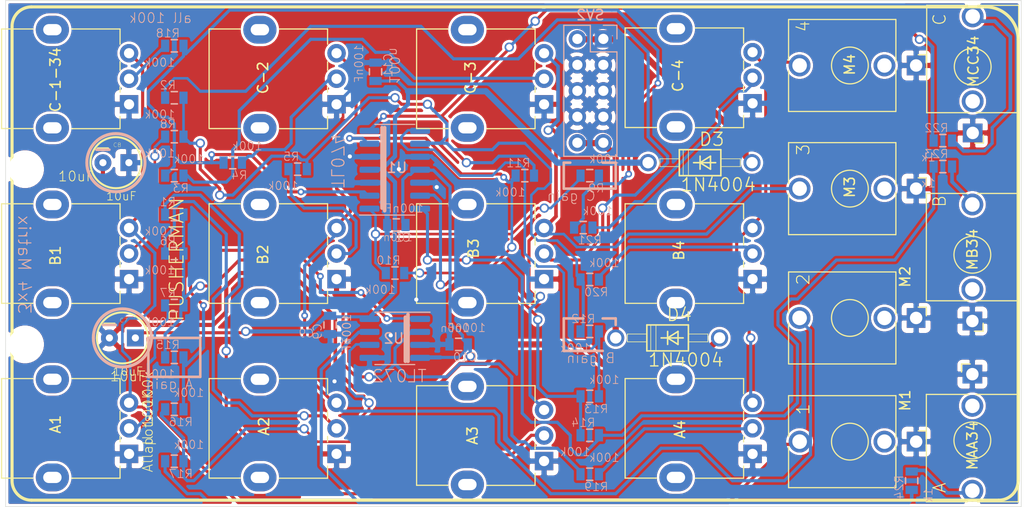
<source format=kicad_pcb>
(kicad_pcb (version 20171130) (host pcbnew 5.1.6)
  (layers (0 Top signal) (31 Bottom signal) (34 B.Paste user hide) (35 F.Paste user hide) (36 B.SilkS user) (37 F.SilkS user) (38 B.Mask user) (39 F.Mask user) (44 Edge.Cuts user))
  (net 0 "")
  (net 1 GND)
  (net 2 /N$23)
  (net 3 /N$9)
  (net 4 /N$6)
  (net 5 /N$22)
  (net 6 /N$21)
  (net 7 /N$1)
  (net 8 /N$13)
  (net 9 /N$10)
  (net 10 /N$7)
  (net 11 /N$5)
  (net 12 /N$2)
  (net 13 /N$14)
  (net 14 /N$12)
  (net 15 /N$35)
  (net 16 /N$4)
  (net 17 /N$3)
  (net 18 /N$15)
  (net 19 /N$8)
  (net 20 /+12UP1)
  (net 21 /-12UP1)
  (net 22 /N$17)
  (net 23 /N$16)
  (net 24 /N$11)
  (net 25 /N$18)
  (net 26 /N$26)
  (net 27 /C-11)
  (net 28 /PIN1)
  (net 29 /N$25)
  (net 30 /N$27)
  (net 31 /N$24)
  (net 32 /N$28)
  (net 33 /N$29)
  (net 34 /PINN1)
  (net 35 /N$32)
  (net 36 /N$33)
  (net 37 "Net-(MCC34-PadTN)")
  (net 38 "Net-(MB34-PadTN)")
  (net 39 "Net-(MAA34-PadTN)")
  (net 40 "Net-(M4-PadTN)")
  (net 41 "Net-(M3-PadTN)")
  (net 42 "Net-(M2-PadTN)")
  (net 43 "Net-(M1-PadTN)")
  (module 3x4Matrix:_MOD_DIODE_DO41-10 (layer Top) (at 166.7636 96.1086)
    (fp_text reference D3 (at 1.143 -2.286) (layer F.SilkS) (effects (font (size 1.27 1.27) (thickness 0.127))))
    (fp_text value 1N4004 (at 1.778 2.159) (layer F.SilkS) (effects (font (size 1.27 1.27) (thickness 0.127))))
    (pad A thru_hole circle (at 5.08 0) (size 1.6764 1.6764) (drill 1.1176) (layers *.Cu *.Paste *.Mask) (net 20 /+12UP1))
    (pad C thru_hole circle (at -5.08 0) (size 1.6764 1.6764) (drill 1.1176) (layers *.Cu *.Paste *.Mask) (net 15 /N$35))
  )
  (module 3x4Matrix:_MOD_DIODE_DO41-10 (layer Top) (at 163.5886 113.2536)
    (fp_text reference D4 (at 1.143 -2.286) (layer F.SilkS) (effects (font (size 1.27 1.27) (thickness 0.127))))
    (fp_text value 1N4004 (at 1.778 2.159) (layer F.SilkS) (effects (font (size 1.27 1.27) (thickness 0.127))))
    (pad C thru_hole circle (at -5.08 0) (size 1.6764 1.6764) (drill 1.1176) (layers *.Cu *.Paste *.Mask) (net 21 /-12UP1))
    (pad A thru_hole circle (at 5.08 0) (size 1.6764 1.6764) (drill 1.1176) (layers *.Cu *.Paste *.Mask) (net 14 /N$12))
  )
  (module "" (layer Top) (at 100.7236 113.8886)
    (fp_text reference @HOLE0 hide)
    (fp_text value "" (at 0 0) (layer F.SilkS) (effects (font (size 1.27 1.27))))
    (pad "" np_thru_hole circle (at 0 0) (size 3.2 3.2) (drill 3.2) (layers *.Cu *.Mask))
  )
  (module "" (layer Top) (at 100.7236 96.7436)
    (fp_text reference @HOLE1 hide)
    (fp_text value "" (at 0 0) (layer F.SilkS) (effects (font (size 1.27 1.27))))
    (pad "" np_thru_hole circle (at 0 0) (size 3.2 3.2) (drill 3.2) (layers *.Cu *.Mask))
  )
  (module 3x4Matrix:SPARKFUN_0805 (layer Bottom) (at 137.0456 102.2046)
    (fp_text reference C1 (at 0.635 1.2319) (layer B.SilkS) (effects (font (size 0.8128 0.8128) (thickness 0.0762)) (justify mirror)))
    (fp_text value 100nF (at 0.7874 -1.6256) (layer B.SilkS) (effects (font (size 0.8128 0.8128) (thickness 0.0762)) (justify mirror)))
    (pad 2 smd rect (at 0.89916 0) (size 0.79756 1.19888) (layers Bottom B.Paste B.Mask) (net 14 /N$12))
    (pad 1 smd rect (at -0.89916 0) (size 0.79756 1.19888) (layers Bottom B.Paste B.Mask) (net 1 GND))
  )
  (module 3x4Matrix:SPARKFUN-CAPACITORS_CPOL-RADIAL-10UF-25V (layer Top) (at 110.2486 113.2536)
    (fp_text reference C7 (at 0.127 -1.7272) (layer F.SilkS) (effects (font (size 0.4064 0.4064) (thickness 0.0254))))
    (fp_text value 10uF (at 0.5334 3.2766) (layer F.SilkS) (effects (font (size 0.8128 0.8128) (thickness 0.0762))))
    (pad 2 thru_hole circle (at -1.27 0) (size 1.651 1.651) (drill 0.6985) (layers *.Cu *.Paste *.Mask) (net 1 GND))
    (pad 1 thru_hole rect (at 1.27 0) (size 1.651 1.651) (drill 0.6985) (layers *.Cu *.Paste *.Mask) (net 15 /N$35))
  )
  (module 3x4Matrix:SPARKFUN-CAPACITORS_CPOL-RADIAL-10UF-25V (layer Top) (at 109.6136 96.1086)
    (fp_text reference C8 (at 0.127 -1.7272) (layer F.SilkS) (effects (font (size 0.4064 0.4064) (thickness 0.0254))))
    (fp_text value 10uF (at 0.5334 3.2766) (layer F.SilkS) (effects (font (size 0.8128 0.8128) (thickness 0.0762))))
    (pad 1 thru_hole rect (at 1.27 0) (size 1.651 1.651) (drill 0.6985) (layers *.Cu *.Paste *.Mask) (net 1 GND))
    (pad 2 thru_hole circle (at -1.27 0) (size 1.651 1.651) (drill 0.6985) (layers *.Cu *.Paste *.Mask) (net 14 /N$12))
  )
  (module 3x4Matrix:SPARKFUN_0805 (layer Bottom) (at 130.5686 111.9836 270)
    (fp_text reference C9 (at 0.635 1.2319 90) (layer B.SilkS) (effects (font (size 0.8128 0.8128) (thickness 0.0762)) (justify mirror)))
    (fp_text value 100nF (at 0.7874 -1.6256 90) (layer B.SilkS) (effects (font (size 0.8128 0.8128) (thickness 0.0762)) (justify mirror)))
    (pad 1 smd rect (at -0.89916 0 270) (size 0.79756 1.19888) (layers Bottom B.Paste B.Mask) (net 15 /N$35))
    (pad 2 smd rect (at 0.89916 0 270) (size 0.79756 1.19888) (layers Bottom B.Paste B.Mask) (net 1 GND))
  )
  (module 3x4Matrix:SPARKFUN_0805 (layer Bottom) (at 143.1416 113.8886)
    (fp_text reference C10 (at 0.635 1.2319) (layer B.SilkS) (effects (font (size 0.8128 0.8128) (thickness 0.0762)) (justify mirror)))
    (fp_text value 100nF (at 0.7874 -1.6256) (layer B.SilkS) (effects (font (size 0.8128 0.8128) (thickness 0.0762)) (justify mirror)))
    (pad 2 smd rect (at 0.89916 0) (size 0.79756 1.19888) (layers Bottom B.Paste B.Mask) (net 14 /N$12))
    (pad 1 smd rect (at -0.89916 0) (size 0.79756 1.19888) (layers Bottom B.Paste B.Mask) (net 1 GND))
  )
  (module 3x4Matrix:SPARKFUN_0805 (layer Bottom) (at 135.0136 87.2186 90)
    (fp_text reference C11 (at 0.635 1.2319 90) (layer B.SilkS) (effects (font (size 0.8128 0.8128) (thickness 0.0762)) (justify mirror)))
    (fp_text value 100nF (at 0.7874 -1.6256 90) (layer B.SilkS) (effects (font (size 0.8128 0.8128) (thickness 0.0762)) (justify mirror)))
    (pad 1 smd rect (at -0.89916 0 90) (size 0.79756 1.19888) (layers Bottom B.Paste B.Mask) (net 15 /N$35))
    (pad 2 smd rect (at 0.89916 0 90) (size 0.79756 1.19888) (layers Bottom B.Paste B.Mask) (net 1 GND))
  )
  (module 3x4Matrix:SPARKFUN-PASSIVES_0805 (layer Bottom) (at 115.3286 101.1886 180)
    (fp_text reference R1 (at 0.635 1.2319) (layer B.SilkS) (effects (font (size 0.8128 0.8128) (thickness 0.0762)) (justify mirror)))
    (fp_text value 100k (at 1.4224 -1.6256) (layer B.SilkS) (effects (font (size 0.8128 0.8128) (thickness 0.0762)) (justify mirror)))
    (pad 1 smd rect (at -0.89916 0 180) (size 0.79756 1.19888) (layers Bottom B.Paste B.Mask) (net 25 /N$18))
    (pad 2 smd rect (at 0.89916 0 180) (size 0.79756 1.19888) (layers Bottom B.Paste B.Mask) (net 7 /N$1))
  )
  (module 3x4Matrix:SPARKFUN-PASSIVES_0805 (layer Bottom) (at 115.3286 89.7586 180)
    (fp_text reference R2 (at 0.635 1.2319) (layer B.SilkS) (effects (font (size 0.8128 0.8128) (thickness 0.0762)) (justify mirror)))
    (fp_text value 100k (at 1.4224 -1.6256) (layer B.SilkS) (effects (font (size 0.8128 0.8128) (thickness 0.0762)) (justify mirror)))
    (pad 2 smd rect (at 0.89916 0 180) (size 0.79756 1.19888) (layers Bottom B.Paste B.Mask) (net 12 /N$2))
    (pad 1 smd rect (at -0.89916 0 180) (size 0.79756 1.19888) (layers Bottom B.Paste B.Mask) (net 26 /N$26))
  )
  (module 3x4Matrix:SPARKFUN-PASSIVES_0805 (layer Bottom) (at 115.3286 97.3786)
    (fp_text reference R3 (at 0.635 1.2319) (layer B.SilkS) (effects (font (size 0.8128 0.8128) (thickness 0.0762)) (justify mirror)))
    (fp_text value 100k (at 1.4224 -1.6256) (layer B.SilkS) (effects (font (size 0.8128 0.8128) (thickness 0.0762)) (justify mirror)))
    (pad 1 smd rect (at -0.89916 0) (size 0.79756 1.19888) (layers Bottom B.Paste B.Mask) (net 27 /C-11))
    (pad 2 smd rect (at 0.89916 0) (size 0.79756 1.19888) (layers Bottom B.Paste B.Mask) (net 17 /N$3))
  )
  (module 3x4Matrix:SPARKFUN-PASSIVES_0805 (layer Bottom) (at 121.0436 96.1086)
    (fp_text reference R4 (at 0.635 1.2319) (layer B.SilkS) (effects (font (size 0.8128 0.8128) (thickness 0.0762)) (justify mirror)))
    (fp_text value 100k (at 1.4224 -1.6256) (layer B.SilkS) (effects (font (size 0.8128 0.8128) (thickness 0.0762)) (justify mirror)))
    (pad 2 smd rect (at 0.89916 0) (size 0.79756 1.19888) (layers Bottom B.Paste B.Mask) (net 16 /N$4))
    (pad 1 smd rect (at -0.89916 0) (size 0.79756 1.19888) (layers Bottom B.Paste B.Mask) (net 27 /C-11))
  )
  (module 3x4Matrix:SPARKFUN-PASSIVES_0805 (layer Bottom) (at 127.3936 96.7436 180)
    (fp_text reference R5 (at 0.635 1.2319) (layer B.SilkS) (effects (font (size 0.8128 0.8128) (thickness 0.0762)) (justify mirror)))
    (fp_text value 100k (at 1.4224 -1.6256) (layer B.SilkS) (effects (font (size 0.8128 0.8128) (thickness 0.0762)) (justify mirror)))
    (pad 1 smd rect (at -0.89916 0 180) (size 0.79756 1.19888) (layers Bottom B.Paste B.Mask) (net 26 /N$26))
    (pad 2 smd rect (at 0.89916 0 180) (size 0.79756 1.19888) (layers Bottom B.Paste B.Mask) (net 11 /N$5))
  )
  (module 3x4Matrix:SPARKFUN-PASSIVES_0805 (layer Bottom) (at 115.3286 104.9986 180)
    (fp_text reference R6 (at 0.635 1.2319) (layer B.SilkS) (effects (font (size 0.8128 0.8128) (thickness 0.0762)) (justify mirror)))
    (fp_text value 100k (at 1.4224 -1.6256) (layer B.SilkS) (effects (font (size 0.8128 0.8128) (thickness 0.0762)) (justify mirror)))
    (pad 1 smd rect (at -0.89916 0 180) (size 0.79756 1.19888) (layers Bottom B.Paste B.Mask) (net 25 /N$18))
    (pad 2 smd rect (at 0.89916 0 180) (size 0.79756 1.19888) (layers Bottom B.Paste B.Mask) (net 4 /N$6))
  )
  (module 3x4Matrix:SPARKFUN-PASSIVES_0805 (layer Bottom) (at 115.3286 110.0786 180)
    (fp_text reference R7 (at 0.635 1.2319) (layer B.SilkS) (effects (font (size 0.8128 0.8128) (thickness 0.0762)) (justify mirror)))
    (fp_text value 100k (at 1.4224 -1.6256) (layer B.SilkS) (effects (font (size 0.8128 0.8128) (thickness 0.0762)) (justify mirror)))
    (pad 2 smd rect (at 0.89916 0 180) (size 0.79756 1.19888) (layers Bottom B.Paste B.Mask) (net 3 /N$9))
    (pad 1 smd rect (at -0.89916 0 180) (size 0.79756 1.19888) (layers Bottom B.Paste B.Mask) (net 25 /N$18))
  )
  (module 3x4Matrix:SPARKFUN-PASSIVES_0805 (layer Bottom) (at 115.3286 93.5686 180)
    (fp_text reference R8 (at 0.635 1.2319) (layer B.SilkS) (effects (font (size 0.8128 0.8128) (thickness 0.0762)) (justify mirror)))
    (fp_text value 100k (at 1.4224 -1.6256) (layer B.SilkS) (effects (font (size 0.8128 0.8128) (thickness 0.0762)) (justify mirror)))
    (pad 1 smd rect (at -0.89916 0 180) (size 0.79756 1.19888) (layers Bottom B.Paste B.Mask) (net 26 /N$26))
    (pad 2 smd rect (at 0.89916 0 180) (size 0.79756 1.19888) (layers Bottom B.Paste B.Mask) (net 10 /N$7))
  )
  (module 3x4Matrix:SPARKFUN-PASSIVES_0805 (layer Bottom) (at 155.9686 97.3786)
    (fp_text reference R9 (at 0.635 1.2319) (layer B.SilkS) (effects (font (size 0.8128 0.8128) (thickness 0.0762)) (justify mirror)))
    (fp_text value 100k (at 1.4224 -1.6256) (layer B.SilkS) (effects (font (size 0.8128 0.8128) (thickness 0.0762)) (justify mirror)))
    (pad 2 smd rect (at 0.89916 0) (size 0.79756 1.19888) (layers Bottom B.Paste B.Mask) (net 27 /C-11))
    (pad 1 smd rect (at -0.89916 0) (size 0.79756 1.19888) (layers Bottom B.Paste B.Mask) (net 28 /PIN1))
  )
  (module 3x4Matrix:SPARKFUN-PASSIVES_0805 (layer Bottom) (at 136.9186 106.9036 180)
    (fp_text reference R10 (at 0.635 1.2319) (layer B.SilkS) (effects (font (size 0.8128 0.8128) (thickness 0.0762)) (justify mirror)))
    (fp_text value 100k (at 1.4224 -1.6256) (layer B.SilkS) (effects (font (size 0.8128 0.8128) (thickness 0.0762)) (justify mirror)))
    (pad 1 smd rect (at -0.89916 0 180) (size 0.79756 1.19888) (layers Bottom B.Paste B.Mask) (net 29 /N$25))
    (pad 2 smd rect (at 0.89916 0 180) (size 0.79756 1.19888) (layers Bottom B.Paste B.Mask) (net 28 /PIN1))
  )
  (module 3x4Matrix:SPARKFUN-PASSIVES_0805 (layer Bottom) (at 149.6186 97.3786 180)
    (fp_text reference R11 (at 0.635 1.2319) (layer B.SilkS) (effects (font (size 0.8128 0.8128) (thickness 0.0762)) (justify mirror)))
    (fp_text value 100k (at 1.4224 -1.6256) (layer B.SilkS) (effects (font (size 0.8128 0.8128) (thickness 0.0762)) (justify mirror)))
    (pad 2 smd rect (at 0.89916 0 180) (size 0.79756 1.19888) (layers Bottom B.Paste B.Mask) (net 29 /N$25))
    (pad 1 smd rect (at -0.89916 0 180) (size 0.79756 1.19888) (layers Bottom B.Paste B.Mask) (net 30 /N$27))
  )
  (module 3x4Matrix:SPARKFUN-PASSIVES_0805 (layer Bottom) (at 155.9686 112.6186 180)
    (fp_text reference R12 (at 0.635 1.2319) (layer B.SilkS) (effects (font (size 0.8128 0.8128) (thickness 0.0762)) (justify mirror)))
    (fp_text value 100k (at 1.4224 -1.6256) (layer B.SilkS) (effects (font (size 0.8128 0.8128) (thickness 0.0762)) (justify mirror)))
    (pad 1 smd rect (at -0.89916 0 180) (size 0.79756 1.19888) (layers Bottom B.Paste B.Mask) (net 31 /N$24))
    (pad 2 smd rect (at 0.89916 0 180) (size 0.79756 1.19888) (layers Bottom B.Paste B.Mask) (net 26 /N$26))
  )
  (module 3x4Matrix:SPARKFUN-PASSIVES_0805 (layer Bottom) (at 155.9686 118.9686)
    (fp_text reference R13 (at 0.635 1.2319) (layer B.SilkS) (effects (font (size 0.8128 0.8128) (thickness 0.0762)) (justify mirror)))
    (fp_text value 100k (at 1.4224 -1.6256) (layer B.SilkS) (effects (font (size 0.8128 0.8128) (thickness 0.0762)) (justify mirror)))
    (pad 2 smd rect (at 0.89916 0) (size 0.79756 1.19888) (layers Bottom B.Paste B.Mask) (net 31 /N$24))
    (pad 1 smd rect (at -0.89916 0) (size 0.79756 1.19888) (layers Bottom B.Paste B.Mask) (net 32 /N$28))
  )
  (module 3x4Matrix:SPARKFUN-PASSIVES_0805 (layer Bottom) (at 155.9686 122.7786 180)
    (fp_text reference R14 (at 0.635 1.2319) (layer B.SilkS) (effects (font (size 0.8128 0.8128) (thickness 0.0762)) (justify mirror)))
    (fp_text value 100k (at 1.4224 -1.6256) (layer B.SilkS) (effects (font (size 0.8128 0.8128) (thickness 0.0762)) (justify mirror)))
    (pad 2 smd rect (at 0.89916 0 180) (size 0.79756 1.19888) (layers Bottom B.Paste B.Mask) (net 32 /N$28))
    (pad 1 smd rect (at -0.89916 0 180) (size 0.79756 1.19888) (layers Bottom B.Paste B.Mask) (net 33 /N$29))
  )
  (module 3x4Matrix:SPARKFUN-PASSIVES_0805 (layer Bottom) (at 115.3286 115.1586 180)
    (fp_text reference R15 (at 0.635 1.2319) (layer B.SilkS) (effects (font (size 0.8128 0.8128) (thickness 0.0762)) (justify mirror)))
    (fp_text value 100k (at 1.4224 -1.6256) (layer B.SilkS) (effects (font (size 0.8128 0.8128) (thickness 0.0762)) (justify mirror)))
    (pad 2 smd rect (at 0.89916 0 180) (size 0.79756 1.19888) (layers Bottom B.Paste B.Mask) (net 25 /N$18))
    (pad 1 smd rect (at -0.89916 0 180) (size 0.79756 1.19888) (layers Bottom B.Paste B.Mask) (net 34 /PINN1))
  )
  (module 3x4Matrix:SPARKFUN-PASSIVES_0805 (layer Bottom) (at 115.3286 120.2386)
    (fp_text reference R16 (at 0.635 1.2319) (layer B.SilkS) (effects (font (size 0.8128 0.8128) (thickness 0.0762)) (justify mirror)))
    (fp_text value 100k (at 1.4224 -1.6256) (layer B.SilkS) (effects (font (size 0.8128 0.8128) (thickness 0.0762)) (justify mirror)))
    (pad 1 smd rect (at -0.89916 0) (size 0.79756 1.19888) (layers Bottom B.Paste B.Mask) (net 35 /N$32))
    (pad 2 smd rect (at 0.89916 0) (size 0.79756 1.19888) (layers Bottom B.Paste B.Mask) (net 34 /PINN1))
  )
  (module 3x4Matrix:SPARKFUN-PASSIVES_0805 (layer Bottom) (at 115.3286 125.3186)
    (fp_text reference R17 (at 0.635 1.2319) (layer B.SilkS) (effects (font (size 0.8128 0.8128) (thickness 0.0762)) (justify mirror)))
    (fp_text value 100k (at 1.4224 -1.6256) (layer B.SilkS) (effects (font (size 0.8128 0.8128) (thickness 0.0762)) (justify mirror)))
    (pad 2 smd rect (at 0.89916 0) (size 0.79756 1.19888) (layers Bottom B.Paste B.Mask) (net 35 /N$32))
    (pad 1 smd rect (at -0.89916 0) (size 0.79756 1.19888) (layers Bottom B.Paste B.Mask) (net 36 /N$33))
  )
  (module 3x4Matrix:SPARKFUN-PASSIVES_0805 (layer Bottom) (at 115.3286 84.6786 180)
    (fp_text reference R18 (at 0.635 1.2319) (layer B.SilkS) (effects (font (size 0.8128 0.8128) (thickness 0.0762)) (justify mirror)))
    (fp_text value 100k (at 1.4224 -1.6256) (layer B.SilkS) (effects (font (size 0.8128 0.8128) (thickness 0.0762)) (justify mirror)))
    (pad 1 smd rect (at -0.89916 0 180) (size 0.79756 1.19888) (layers Bottom B.Paste B.Mask) (net 27 /C-11))
    (pad 2 smd rect (at 0.89916 0 180) (size 0.79756 1.19888) (layers Bottom B.Paste B.Mask) (net 19 /N$8))
  )
  (module 3x4Matrix:SPARKFUN-PASSIVES_0805 (layer Bottom) (at 155.9686 126.5886)
    (fp_text reference R19 (at 0.635 1.2319) (layer B.SilkS) (effects (font (size 0.8128 0.8128) (thickness 0.0762)) (justify mirror)))
    (fp_text value 100k (at 1.4224 -1.6256) (layer B.SilkS) (effects (font (size 0.8128 0.8128) (thickness 0.0762)) (justify mirror)))
    (pad 2 smd rect (at 0.89916 0) (size 0.79756 1.19888) (layers Bottom B.Paste B.Mask) (net 8 /N$13))
    (pad 1 smd rect (at -0.89916 0) (size 0.79756 1.19888) (layers Bottom B.Paste B.Mask) (net 25 /N$18))
  )
  (module 3x4Matrix:SPARKFUN-PASSIVES_0805 (layer Bottom) (at 155.9686 107.5386)
    (fp_text reference R20 (at 0.635 1.2319) (layer B.SilkS) (effects (font (size 0.8128 0.8128) (thickness 0.0762)) (justify mirror)))
    (fp_text value 100k (at 1.4224 -1.6256) (layer B.SilkS) (effects (font (size 0.8128 0.8128) (thickness 0.0762)) (justify mirror)))
    (pad 1 smd rect (at -0.89916 0) (size 0.79756 1.19888) (layers Bottom B.Paste B.Mask) (net 26 /N$26))
    (pad 2 smd rect (at 0.89916 0) (size 0.79756 1.19888) (layers Bottom B.Paste B.Mask) (net 13 /N$14))
  )
  (module 3x4Matrix:SPARKFUN-PASSIVES_0805 (layer Bottom) (at 155.3336 102.4586)
    (fp_text reference R21 (at 0.635 1.2319) (layer B.SilkS) (effects (font (size 0.8128 0.8128) (thickness 0.0762)) (justify mirror)))
    (fp_text value 100k (at 1.4224 -1.6256) (layer B.SilkS) (effects (font (size 0.8128 0.8128) (thickness 0.0762)) (justify mirror)))
    (pad 2 smd rect (at 0.89916 0) (size 0.79756 1.19888) (layers Bottom B.Paste B.Mask) (net 18 /N$15))
    (pad 1 smd rect (at -0.89916 0) (size 0.79756 1.19888) (layers Bottom B.Paste B.Mask) (net 27 /C-11))
  )
  (module 3x4Matrix:SPARKFUN-PASSIVES_0805 (layer Bottom) (at 190.5126 93.9496 180)
    (fp_text reference R22 (at 0.635 1.2319) (layer B.SilkS) (effects (font (size 0.8128 0.8128) (thickness 0.0762)) (justify mirror)))
    (fp_text value 1k (at 1.4224 -1.6256) (layer B.SilkS) (effects (font (size 0.8128 0.8128) (thickness 0.0762)) (justify mirror)))
    (pad 1 smd rect (at -0.89916 0 180) (size 0.79756 1.19888) (layers Bottom B.Paste B.Mask) (net 24 /N$11))
    (pad 2 smd rect (at 0.89916 0 180) (size 0.79756 1.19888) (layers Bottom B.Paste B.Mask) (net 30 /N$27))
  )
  (module 3x4Matrix:SPARKFUN-PASSIVES_0805 (layer Bottom) (at 190.5126 96.4896 180)
    (fp_text reference R23 (at 0.635 1.2319) (layer B.SilkS) (effects (font (size 0.8128 0.8128) (thickness 0.0762)) (justify mirror)))
    (fp_text value 1k (at 1.4224 -1.6256) (layer B.SilkS) (effects (font (size 0.8128 0.8128) (thickness 0.0762)) (justify mirror)))
    (pad 2 smd rect (at 0.89916 0 180) (size 0.79756 1.19888) (layers Bottom B.Paste B.Mask) (net 33 /N$29))
    (pad 1 smd rect (at -0.89916 0 180) (size 0.79756 1.19888) (layers Bottom B.Paste B.Mask) (net 23 /N$16))
  )
  (module 3x4Matrix:SPARKFUN-PASSIVES_0805 (layer Bottom) (at 187.4646 127.2236 270)
    (fp_text reference R24 (at 0.635 1.2319 90) (layer B.SilkS) (effects (font (size 0.8128 0.8128) (thickness 0.0762)) (justify mirror)))
    (fp_text value 1k (at 1.4224 -1.6256 90) (layer B.SilkS) (effects (font (size 0.8128 0.8128) (thickness 0.0762)) (justify mirror)))
    (pad 1 smd rect (at -0.89916 0 270) (size 0.79756 1.19888) (layers Bottom B.Paste B.Mask) (net 22 /N$17))
    (pad 2 smd rect (at 0.89916 0 270) (size 0.79756 1.19888) (layers Bottom B.Paste B.Mask) (net 36 /N$33))
  )
  (module Connector_Audio:Jack_3.5mm_QingPu_WQP-PJ398SM_Vertical_CircularHoles (layer Top) (at 193.4336 93.2 180)
    (fp_text reference MCC34 (at -0.0664 7 270) (layer F.SilkS))
    (fp_text value AudioJack)
    (pad TN thru_hole circle (at 0 3.1) (size 2.13 2.13) (drill 1.42) (layers *.Cu *.Mask) (net 37 "Net-(MCC34-PadTN)"))
    (pad S thru_hole rect (at 0 0) (size 1.93 1.83) (drill 1.22) (layers *.Cu *.Mask) (net 1 GND))
    (pad T thru_hole circle (at 0 11.4) (size 2.13 2.13) (drill 1.43) (layers *.Cu *.Mask) (net 24 /N$11))
  )
  (module Connector_Audio:Jack_3.5mm_QingPu_WQP-PJ398SM_Vertical_CircularHoles (layer Top) (at 193.4 111.6 180)
    (fp_text reference MB34 (at 0 7 270) (layer F.SilkS))
    (fp_text value AudioJack)
    (pad TN thru_hole circle (at 0 3.1) (size 2.13 2.13) (drill 1.42) (layers *.Cu *.Mask) (net 38 "Net-(MB34-PadTN)"))
    (pad S thru_hole rect (at 0 0) (size 1.93 1.83) (drill 1.22) (layers *.Cu *.Mask) (net 1 GND))
    (pad T thru_hole circle (at 0 11.4) (size 2.13 2.13) (drill 1.43) (layers *.Cu *.Mask) (net 23 /N$16))
  )
  (module Connector_Audio:Jack_3.5mm_QingPu_WQP-PJ398SM_Vertical_CircularHoles (layer Top) (at 193.4 116.8)
    (fp_text reference MAA34 (at 0 7 270) (layer F.SilkS))
    (fp_text value AudioJack)
    (pad TN thru_hole circle (at 0 3.1 180) (size 2.13 2.13) (drill 1.42) (layers *.Cu *.Mask) (net 39 "Net-(MAA34-PadTN)"))
    (pad S thru_hole rect (at 0 0 180) (size 1.93 1.83) (drill 1.22) (layers *.Cu *.Mask) (net 1 GND))
    (pad T thru_hole circle (at 0 11.4 180) (size 2.13 2.13) (drill 1.43) (layers *.Cu *.Mask) (net 22 /N$17))
  )
  (module Connector_Audio:Jack_3.5mm_QingPu_WQP-PJ398SM_Vertical_CircularHoles (layer Top) (at 187.9 86.6 270)
    (fp_text reference M4 (at -0.0836 6.5 270) (layer F.SilkS))
    (fp_text value AudioJack)
    (pad TN thru_hole circle (at 0 3.1 90) (size 2.13 2.13) (drill 1.42) (layers *.Cu *.Mask) (net 40 "Net-(M4-PadTN)"))
    (pad S thru_hole rect (at 0 0 90) (size 1.93 1.83) (drill 1.22) (layers *.Cu *.Mask) (net 1 GND))
    (pad T thru_hole circle (at 0 11.4 90) (size 2.13 2.13) (drill 1.43) (layers *.Cu *.Mask) (net 9 /N$10))
  )
  (module Connector_Audio:Jack_3.5mm_QingPu_WQP-PJ398SM_Vertical_CircularHoles (layer Top) (at 187.9 98.6486 270)
    (fp_text reference M3 (at -0.1486 6.5 270) (layer F.SilkS))
    (fp_text value AudioJack)
    (pad TN thru_hole circle (at 0 3.1 90) (size 2.13 2.13) (drill 1.42) (layers *.Cu *.Mask) (net 41 "Net-(M3-PadTN)"))
    (pad S thru_hole rect (at 0 0 90) (size 1.93 1.83) (drill 1.22) (layers *.Cu *.Mask) (net 1 GND))
    (pad T thru_hole circle (at 0 11.4 90) (size 2.13 2.13) (drill 1.43) (layers *.Cu *.Mask) (net 6 /N$21))
  )
  (module Connector_Audio:Jack_3.5mm_QingPu_WQP-PJ398SM_Vertical_CircularHoles (layer Top) (at 187.9 111.3 270)
    (fp_text reference M2 (at -4.03 1.08 270) (layer F.SilkS))
    (fp_text value AudioJack)
    (pad TN thru_hole circle (at 0 3.1 90) (size 2.13 2.13) (drill 1.42) (layers *.Cu *.Mask) (net 42 "Net-(M2-PadTN)"))
    (pad S thru_hole rect (at 0 0 90) (size 1.93 1.83) (drill 1.22) (layers *.Cu *.Mask) (net 1 GND))
    (pad T thru_hole circle (at 0 11.4 90) (size 2.13 2.13) (drill 1.43) (layers *.Cu *.Mask) (net 5 /N$22))
  )
  (module Connector_Audio:Jack_3.5mm_QingPu_WQP-PJ398SM_Vertical_CircularHoles (layer Top) (at 187.9 123.4 270)
    (fp_text reference M1 (at -4.03 1.08 270) (layer F.SilkS))
    (fp_text value AudioJack)
    (pad TN thru_hole circle (at 0 3.1 90) (size 2.13 2.13) (drill 1.42) (layers *.Cu *.Mask) (net 43 "Net-(M1-PadTN)"))
    (pad S thru_hole rect (at 0 0 90) (size 1.93 1.83) (drill 1.22) (layers *.Cu *.Mask) (net 1 GND))
    (pad T thru_hole circle (at 0 11.4 90) (size 2.13 2.13) (drill 1.43) (layers *.Cu *.Mask) (net 2 /N$23))
  )
  (module Potentiometer_THT:Potentiometer_Alpha_RD901F-40-00D_Single_Vertical (layer Top) (at 171.9 90.3 180)
    (fp_text reference C-4 (at 7.3 2.7 270) (layer F.SilkS))
    (fp_text value A100K)
    (pad 1 thru_hole rect (at 0 0 270) (size 1.8 1.8) (drill 1) (layers *.Cu *.Mask) (net 1 GND))
    (pad 2 thru_hole circle (at 0 2.5 270) (size 1.8 1.8) (drill 1) (layers *.Cu *.Mask) (net 18 /N$15))
    (pad 3 thru_hole circle (at 0 5 270) (size 1.8 1.8) (drill 1) (layers *.Cu *.Mask) (net 9 /N$10))
    (pad "" thru_hole oval (at 7.5 7.3 270) (size 2.72 3.24) (drill oval 1.1 1.8) (layers *.Cu *.Mask))
    (pad "" thru_hole oval (at 7.5 -2.3 270) (size 2.72 3.24) (drill oval 1.1 1.8) (layers *.Cu *.Mask))
  )
  (module Potentiometer_THT:Potentiometer_Alpha_RD901F-40-00D_Single_Vertical (layer Top) (at 171.9 107.5 180)
    (fp_text reference B4 (at 7.2 2.8 270) (layer F.SilkS))
    (fp_text value A100K)
    (pad 1 thru_hole rect (at 0 0 270) (size 1.8 1.8) (drill 1) (layers *.Cu *.Mask) (net 1 GND))
    (pad 2 thru_hole circle (at 0 2.5 270) (size 1.8 1.8) (drill 1) (layers *.Cu *.Mask) (net 13 /N$14))
    (pad 3 thru_hole circle (at 0 5 270) (size 1.8 1.8) (drill 1) (layers *.Cu *.Mask) (net 9 /N$10))
    (pad "" thru_hole oval (at 7.5 7.3 270) (size 2.72 3.24) (drill oval 1.1 1.8) (layers *.Cu *.Mask))
    (pad "" thru_hole oval (at 7.5 -2.3 270) (size 2.72 3.24) (drill oval 1.1 1.8) (layers *.Cu *.Mask))
  )
  (module Potentiometer_THT:Potentiometer_Alpha_RD901F-40-00D_Single_Vertical (layer Top) (at 171.9 124.6 180)
    (fp_text reference A4 (at 7.1 2.4 270) (layer F.SilkS))
    (fp_text value A100K)
    (pad 1 thru_hole rect (at 0 0 270) (size 1.8 1.8) (drill 1) (layers *.Cu *.Mask) (net 1 GND))
    (pad 2 thru_hole circle (at 0 2.5 270) (size 1.8 1.8) (drill 1) (layers *.Cu *.Mask) (net 8 /N$13))
    (pad 3 thru_hole circle (at 0 5 270) (size 1.8 1.8) (drill 1) (layers *.Cu *.Mask) (net 9 /N$10))
    (pad "" thru_hole oval (at 7.5 7.3 270) (size 2.72 3.24) (drill oval 1.1 1.8) (layers *.Cu *.Mask))
    (pad "" thru_hole oval (at 7.5 -2.3 270) (size 2.72 3.24) (drill oval 1.1 1.8) (layers *.Cu *.Mask))
  )
  (module Package_SO:SOIC-8_3.9x4.9mm_P1.27mm (layer Bottom) (at 136.9 113.3 180)
    (fp_text reference U2 (at 0.1 0) (layer B.SilkS) (effects (justify mirror)))
    (fp_text value TL072_SMD)
    (pad 1 smd roundrect (at -2.475 1.905 180) (size 1.95 0.6) (layers Bottom B.Paste B.Mask) (net 34 /PINN1))
    (pad 2 smd roundrect (at -2.475 0.635 180) (size 1.95 0.6) (layers Bottom B.Paste B.Mask) (net 25 /N$18))
    (pad 3 smd roundrect (at -2.475 -0.635 180) (size 1.95 0.6) (layers Bottom B.Paste B.Mask) (net 1 GND))
    (pad 4 smd roundrect (at -2.475 -1.905 180) (size 1.95 0.6) (layers Bottom B.Paste B.Mask) (net 14 /N$12))
    (pad 5 smd roundrect (at 2.475 -1.905 180) (size 1.95 0.6) (layers Bottom B.Paste B.Mask) (net 1 GND))
    (pad 6 smd roundrect (at 2.475 -0.635 180) (size 1.95 0.6) (layers Bottom B.Paste B.Mask) (net 35 /N$32))
    (pad 7 smd roundrect (at 2.475 0.635 180) (size 1.95 0.6) (layers Bottom B.Paste B.Mask) (net 36 /N$33))
    (pad 8 smd roundrect (at 2.475 1.905 180) (size 1.95 0.6) (layers Bottom B.Paste B.Mask) (net 15 /N$35))
  )
  (module Package_SO:SOIC-14_3.9x8.7mm_P1.27mm (layer Bottom) (at 136.9 96.8)
    (fp_text reference U1 (at 0.2 -0.2) (layer B.SilkS) (effects (justify mirror)))
    (fp_text value TL074_SMD)
    (pad 1 smd roundrect (at -2.475 3.81) (size 1.95 0.6) (layers Bottom B.Paste B.Mask) (net 28 /PIN1))
    (pad 2 smd roundrect (at -2.475 2.54) (size 1.95 0.6) (layers Bottom B.Paste B.Mask) (net 27 /C-11))
    (pad 3 smd roundrect (at -2.475 1.27) (size 1.95 0.6) (layers Bottom B.Paste B.Mask) (net 1 GND))
    (pad 4 smd roundrect (at -2.475 0) (size 1.95 0.6) (layers Bottom B.Paste B.Mask) (net 15 /N$35))
    (pad 5 smd roundrect (at -2.475 -1.27) (size 1.95 0.6) (layers Bottom B.Paste B.Mask) (net 1 GND))
    (pad 6 smd roundrect (at -2.475 -2.54) (size 1.95 0.6) (layers Bottom B.Paste B.Mask) (net 29 /N$25))
    (pad 7 smd roundrect (at -2.475 -3.81) (size 1.95 0.6) (layers Bottom B.Paste B.Mask) (net 30 /N$27))
    (pad 8 smd roundrect (at 2.475 -3.81) (size 1.95 0.6) (layers Bottom B.Paste B.Mask) (net 31 /N$24))
    (pad 9 smd roundrect (at 2.475 -2.54) (size 1.95 0.6) (layers Bottom B.Paste B.Mask) (net 26 /N$26))
    (pad 10 smd roundrect (at 2.475 -1.27) (size 1.95 0.6) (layers Bottom B.Paste B.Mask) (net 1 GND))
    (pad 11 smd roundrect (at 2.475 0) (size 1.95 0.6) (layers Bottom B.Paste B.Mask) (net 14 /N$12))
    (pad 12 smd roundrect (at 2.475 1.27) (size 1.95 0.6) (layers Bottom B.Paste B.Mask) (net 1 GND))
    (pad 13 smd roundrect (at 2.475 2.54) (size 1.95 0.6) (layers Bottom B.Paste B.Mask) (net 32 /N$28))
    (pad 14 smd roundrect (at 2.475 3.81) (size 1.95 0.6) (layers Bottom B.Paste B.Mask) (net 33 /N$29))
  )
  (module Potentiometer_THT:Potentiometer_Alpha_RD901F-40-00D_Single_Vertical (layer Top) (at 151.5 90.4 180)
    (fp_text reference C-3 (at 7.2 2.6 270) (layer F.SilkS))
    (fp_text value A100K)
    (pad 1 thru_hole rect (at 0 0 270) (size 1.8 1.8) (drill 1) (layers *.Cu *.Mask) (net 1 GND))
    (pad 2 thru_hole circle (at 0 2.5 270) (size 1.8 1.8) (drill 1) (layers *.Cu *.Mask) (net 17 /N$3))
    (pad 3 thru_hole circle (at 0 5 270) (size 1.8 1.8) (drill 1) (layers *.Cu *.Mask) (net 6 /N$21))
    (pad "" thru_hole oval (at 7.5 7.3 270) (size 2.72 3.24) (drill oval 1.1 1.8) (layers *.Cu *.Mask))
    (pad "" thru_hole oval (at 7.5 -2.3 270) (size 2.72 3.24) (drill oval 1.1 1.8) (layers *.Cu *.Mask))
  )
  (module Potentiometer_THT:Potentiometer_Alpha_RD901F-40-00D_Single_Vertical (layer Top) (at 151.5 107.5 180)
    (fp_text reference B3 (at 6.9 3 270) (layer F.SilkS))
    (fp_text value A100K)
    (pad 1 thru_hole rect (at 0 0 270) (size 1.8 1.8) (drill 1) (layers *.Cu *.Mask) (net 1 GND))
    (pad 2 thru_hole circle (at 0 2.5 270) (size 1.8 1.8) (drill 1) (layers *.Cu *.Mask) (net 12 /N$2))
    (pad 3 thru_hole circle (at 0 5 270) (size 1.8 1.8) (drill 1) (layers *.Cu *.Mask) (net 6 /N$21))
    (pad "" thru_hole oval (at 7.5 7.3 270) (size 2.72 3.24) (drill oval 1.1 1.8) (layers *.Cu *.Mask))
    (pad "" thru_hole oval (at 7.5 -2.3 270) (size 2.72 3.24) (drill oval 1.1 1.8) (layers *.Cu *.Mask))
  )
  (module Potentiometer_THT:Potentiometer_Alpha_RD901F-40-00D_Single_Vertical (layer Top) (at 151.5 125.3 180)
    (fp_text reference A3 (at 7 2.5 270) (layer F.SilkS))
    (fp_text value A100K)
    (pad 1 thru_hole rect (at 0 0 270) (size 1.8 1.8) (drill 1) (layers *.Cu *.Mask) (net 1 GND))
    (pad 2 thru_hole circle (at 0 2.5 270) (size 1.8 1.8) (drill 1) (layers *.Cu *.Mask) (net 7 /N$1))
    (pad 3 thru_hole circle (at 0 5 270) (size 1.8 1.8) (drill 1) (layers *.Cu *.Mask) (net 6 /N$21))
    (pad "" thru_hole oval (at 7.5 7.3 270) (size 2.72 3.24) (drill oval 1.1 1.8) (layers *.Cu *.Mask))
    (pad "" thru_hole oval (at 7.5 -2.3 270) (size 2.72 3.24) (drill oval 1.1 1.8) (layers *.Cu *.Mask))
  )
  (module Potentiometer_THT:Potentiometer_Alpha_RD901F-40-00D_Single_Vertical (layer Top) (at 131.2 90.4 180)
    (fp_text reference C-2 (at 7.2 2.6 270) (layer F.SilkS))
    (fp_text value A100K)
    (pad 1 thru_hole rect (at 0 0 270) (size 1.8 1.8) (drill 1) (layers *.Cu *.Mask) (net 1 GND))
    (pad 2 thru_hole circle (at 0 2.5 270) (size 1.8 1.8) (drill 1) (layers *.Cu *.Mask) (net 16 /N$4))
    (pad 3 thru_hole circle (at 0 5 270) (size 1.8 1.8) (drill 1) (layers *.Cu *.Mask) (net 5 /N$22))
    (pad "" thru_hole oval (at 7.5 7.3 270) (size 2.72 3.24) (drill oval 1.1 1.8) (layers *.Cu *.Mask))
    (pad "" thru_hole oval (at 7.5 -2.3 270) (size 2.72 3.24) (drill oval 1.1 1.8) (layers *.Cu *.Mask))
  )
  (module Potentiometer_THT:Potentiometer_Alpha_RD901F-40-00D_Single_Vertical (layer Top) (at 131.2 107.5 180)
    (fp_text reference B2 (at 7.2 2.4 270) (layer F.SilkS))
    (fp_text value A100K)
    (pad 1 thru_hole rect (at 0 0 270) (size 1.8 1.8) (drill 1) (layers *.Cu *.Mask) (net 1 GND))
    (pad 2 thru_hole circle (at 0 2.5 270) (size 1.8 1.8) (drill 1) (layers *.Cu *.Mask) (net 11 /N$5))
    (pad 3 thru_hole circle (at 0 5 270) (size 1.8 1.8) (drill 1) (layers *.Cu *.Mask) (net 5 /N$22))
    (pad "" thru_hole oval (at 7.5 7.3 270) (size 2.72 3.24) (drill oval 1.1 1.8) (layers *.Cu *.Mask))
    (pad "" thru_hole oval (at 7.5 -2.3 270) (size 2.72 3.24) (drill oval 1.1 1.8) (layers *.Cu *.Mask))
  )
  (module Potentiometer_THT:Potentiometer_Alpha_RD901F-40-00D_Single_Vertical (layer Top) (at 131.2 124.6 180)
    (fp_text reference A2 (at 7.1 2.7 270) (layer F.SilkS))
    (fp_text value A100K)
    (pad 1 thru_hole rect (at 0 0 270) (size 1.8 1.8) (drill 1) (layers *.Cu *.Mask) (net 1 GND))
    (pad 2 thru_hole circle (at 0 2.5 270) (size 1.8 1.8) (drill 1) (layers *.Cu *.Mask) (net 4 /N$6))
    (pad 3 thru_hole circle (at 0 5 270) (size 1.8 1.8) (drill 1) (layers *.Cu *.Mask) (net 5 /N$22))
    (pad "" thru_hole oval (at 7.5 7.3 270) (size 2.72 3.24) (drill oval 1.1 1.8) (layers *.Cu *.Mask))
    (pad "" thru_hole oval (at 7.5 -2.3 270) (size 2.72 3.24) (drill oval 1.1 1.8) (layers *.Cu *.Mask))
  )
  (module Potentiometer_THT:Potentiometer_Alpha_RD901F-40-00D_Single_Vertical (layer Top) (at 110.9 90.4 180)
    (fp_text reference C-1-34 (at 7.2 2.4 270) (layer F.SilkS))
    (fp_text value A100K)
    (pad 1 thru_hole rect (at 0 0 270) (size 1.8 1.8) (drill 1) (layers *.Cu *.Mask) (net 1 GND))
    (pad 2 thru_hole circle (at 0 2.5 270) (size 1.8 1.8) (drill 1) (layers *.Cu *.Mask) (net 19 /N$8))
    (pad 3 thru_hole circle (at 0 5 270) (size 1.8 1.8) (drill 1) (layers *.Cu *.Mask) (net 2 /N$23))
    (pad "" thru_hole oval (at 7.5 7.3 270) (size 2.72 3.24) (drill oval 1.1 1.8) (layers *.Cu *.Mask))
    (pad "" thru_hole oval (at 7.5 -2.3 270) (size 2.72 3.24) (drill oval 1.1 1.8) (layers *.Cu *.Mask))
  )
  (module Potentiometer_THT:Potentiometer_Alpha_RD901F-40-00D_Single_Vertical (layer Top) (at 110.9 107.5 180)
    (fp_text reference B1 (at 7.2 2.3 270) (layer F.SilkS))
    (fp_text value A100K)
    (pad 1 thru_hole rect (at 0 0 270) (size 1.8 1.8) (drill 1) (layers *.Cu *.Mask) (net 1 GND))
    (pad 2 thru_hole circle (at 0 2.5 270) (size 1.8 1.8) (drill 1) (layers *.Cu *.Mask) (net 10 /N$7))
    (pad 3 thru_hole circle (at 0 5 270) (size 1.8 1.8) (drill 1) (layers *.Cu *.Mask) (net 2 /N$23))
    (pad "" thru_hole oval (at 7.5 7.3 270) (size 2.72 3.24) (drill oval 1.1 1.8) (layers *.Cu *.Mask))
    (pad "" thru_hole oval (at 7.5 -2.3 270) (size 2.72 3.24) (drill oval 1.1 1.8) (layers *.Cu *.Mask))
  )
  (module Potentiometer_THT:Potentiometer_Alpha_RD901F-40-00D_Single_Vertical (layer Top) (at 110.9 124.6 180)
    (fp_text reference A1 (at 7.2 2.9 270) (layer F.SilkS))
    (fp_text value A100K)
    (pad 1 thru_hole rect (at 0 0 270) (size 1.8 1.8) (drill 1) (layers *.Cu *.Mask) (net 1 GND))
    (pad 2 thru_hole circle (at 0 2.5 270) (size 1.8 1.8) (drill 1) (layers *.Cu *.Mask) (net 3 /N$9))
    (pad 3 thru_hole circle (at 0 5 270) (size 1.8 1.8) (drill 1) (layers *.Cu *.Mask) (net 2 /N$23))
    (pad "" thru_hole oval (at 7.5 7.3 270) (size 2.72 3.24) (drill oval 1.1 1.8) (layers *.Cu *.Mask))
    (pad "" thru_hole oval (at 7.5 -2.3 270) (size 2.72 3.24) (drill oval 1.1 1.8) (layers *.Cu *.Mask))
  )
  (module Connector_PinHeader_2.54mm:PinHeader_2x05_P2.54mm_Vertical (layer Bottom) (at 157.3 84 180)
    (fp_text reference SV2 (at 1.27 2.33) (layer B.SilkS) (effects (justify mirror)))
    (fp_text value EURO_POWER_HEADERREGULAR)
    (pad 1 thru_hole rect (at 0 0 180) (size 1.7 1.7) (drill 1) (layers *.Cu *.Mask) (net 20 /+12UP1))
    (pad 2 thru_hole oval (at 2.54 0 180) (size 1.7 1.7) (drill 1) (layers *.Cu *.Mask) (net 20 /+12UP1))
    (pad 3 thru_hole oval (at 0 -2.54 180) (size 1.7 1.7) (drill 1) (layers *.Cu *.Mask) (net 1 GND))
    (pad 4 thru_hole oval (at 2.54 -2.54 180) (size 1.7 1.7) (drill 1) (layers *.Cu *.Mask) (net 1 GND))
    (pad 5 thru_hole oval (at 0 -5.08 180) (size 1.7 1.7) (drill 1) (layers *.Cu *.Mask) (net 1 GND))
    (pad 6 thru_hole oval (at 2.54 -5.08 180) (size 1.7 1.7) (drill 1) (layers *.Cu *.Mask) (net 1 GND))
    (pad 7 thru_hole oval (at 0 -7.62 180) (size 1.7 1.7) (drill 1) (layers *.Cu *.Mask) (net 1 GND))
    (pad 8 thru_hole oval (at 2.54 -7.62 180) (size 1.7 1.7) (drill 1) (layers *.Cu *.Mask) (net 1 GND))
    (pad 9 thru_hole oval (at 0 -10.16 180) (size 1.7 1.7) (drill 1) (layers *.Cu *.Mask) (net 21 /-12UP1))
    (pad 10 thru_hole oval (at 2.54 -10.16 180) (size 1.7 1.7) (drill 1) (layers *.Cu *.Mask) (net 21 /-12UP1))
  )
  (gr_line (start 98.8186 129.7636) (end 198.1836 129.7636) (layer Edge.Cuts) (width 0.05))
  (gr_line (start 198.1836 129.7636) (end 198.1836 80.2436) (layer Edge.Cuts) (width 0.05))
  (gr_line (start 198.1836 80.2436) (end 98.8186 80.2436) (layer Edge.Cuts) (width 0.05))
  (gr_line (start 98.8186 80.2436) (end 98.8186 129.7636) (layer Edge.Cuts) (width 0.05))
  (gr_text TL072 (at 140.0936 117.6986) (layer B.SilkS) (effects (font (size 1.2065 1.2065) (thickness 0.1016)) (justify left bottom mirror)))
  (gr_text TL074 (at 130.5686 98.6486 -90) (layer B.SilkS) (effects (font (size 1.2065 1.2065) (thickness 0.1016)) (justify left bottom mirror)))
  (gr_text 100n (at 136.2836 88.4886 -90) (layer B.SilkS) (effects (font (size 0.9652 0.9652) (thickness 0.08128)) (justify left bottom mirror)))
  (gr_text 10uF (at 108.9786 117.5716) (layer F.SilkS) (effects (font (size 0.9652 0.9652) (thickness 0.08128)) (justify left bottom)))
  (gr_text 10uF (at 103.8986 98.0136) (layer F.SilkS) (effects (font (size 0.9652 0.9652) (thickness 0.08128)) (justify left bottom)))
  (gr_circle (center 109.6136 96.1086) (end 112.453406 96.1086) (layer B.SilkS) (width 0.3048))
  (gr_circle (center 110.2486 113.2536) (end 113.088406 113.2536) (layer B.SilkS) (width 0.3048))
  (gr_line (start 108.3436 111.9836) (end 109.6136 111.9836) (layer B.SilkS) (width 0.254))
  (gr_line (start 107.7086 94.8386) (end 108.9786 94.8386) (layer B.SilkS) (width 0.254))
  (gr_text "3x4 Matrix" (at 101.3586 101.1886 -90) (layer B.SilkS) (effects (font (size 1.2065 1.2065) (thickness 0.1016)) (justify right top mirror)))
  (gr_line (start 101.3586 80.8686) (end 194.7036 80.8686) (layer F.SilkS) (width 0.3048))
  (gr_arc (start 194.7036 84.0436) (end 194.7036 80.8686) (angle 90) (layer F.SilkS) (width 0.3048))
  (gr_line (start 197.8786 84.0436) (end 197.8786 127.2236) (layer F.SilkS) (width 0.3048))
  (gr_arc (start 195.9736 127.2236) (end 197.8786 127.2236) (angle 90) (layer F.SilkS) (width 0.3048))
  (gr_line (start 195.9736 129.1286) (end 101.3586 129.1286) (layer F.SilkS) (width 0.3048))
  (gr_arc (start 101.3586 127.2236) (end 101.3586 129.1286) (angle 90) (layer F.SilkS) (width 0.3048))
  (gr_line (start 99.4536 127.2236) (end 99.4536 82.7736) (layer F.SilkS) (width 0.3048))
  (gr_arc (start 101.3586 82.7736) (end 101.3586 80.8686) (angle -90) (layer F.SilkS) (width 0.3048))
  (gr_text A (at 190.8936 128.4936 90) (layer F.SilkS) (effects (font (size 1.2065 1.2065) (thickness 0.1016)) (justify left bottom)))
  (gr_text B (at 190.8936 100.5536 90) (layer F.SilkS) (effects (font (size 1.2065 1.2065) (thickness 0.1016)) (justify left bottom)))
  (gr_text C (at 190.8936 82.7736 90) (layer F.SilkS) (effects (font (size 1.2065 1.2065) (thickness 0.1016)) (justify left bottom)))
  (gr_text 1 (at 177.5586 120.8736 90) (layer F.SilkS) (effects (font (size 1.2065 1.2065) (thickness 0.1016)) (justify left bottom)))
  (gr_text 2 (at 177.5586 108.1736 90) (layer F.SilkS) (effects (font (size 1.2065 1.2065) (thickness 0.1016)) (justify left bottom)))
  (gr_text 3 (at 177.5586 95.4736 90) (layer F.SilkS) (effects (font (size 1.2065 1.2065) (thickness 0.1016)) (justify left bottom)))
  (gr_text 4 (at 177.5586 83.4086 90) (layer F.SilkS) (effects (font (size 1.2065 1.2065) (thickness 0.1016)) (justify left bottom)))
  (gr_line (start 153.4286 98.6486) (end 158.5086 98.6486) (layer B.SilkS) (width 0.254))
  (gr_line (start 158.5086 98.6486) (end 158.5086 96.1086) (layer B.SilkS) (width 0.254))
  (gr_line (start 158.5086 96.1086) (end 157.2386 96.1086) (layer B.SilkS) (width 0.254))
  (gr_line (start 153.4286 98.6486) (end 153.4286 96.1086) (layer B.SilkS) (width 0.254))
  (gr_line (start 153.4286 96.1086) (end 154.0636 96.1086) (layer B.SilkS) (width 0.254))
  (gr_line (start 157.2386 114.5236) (end 153.4286 114.5236) (layer B.SilkS) (width 0.254))
  (gr_line (start 153.4286 114.5236) (end 153.4286 111.3486) (layer B.SilkS) (width 0.254))
  (gr_line (start 153.4286 111.3486) (end 155.3336 111.3486) (layer B.SilkS) (width 0.254))
  (gr_line (start 157.2386 111.3486) (end 158.5086 111.3486) (layer B.SilkS) (width 0.254))
  (gr_line (start 158.5086 111.3486) (end 158.5086 111.9836) (layer B.SilkS) (width 0.254))
  (gr_line (start 112.7886 117.0636) (end 117.8686 117.0636) (layer B.SilkS) (width 0.254))
  (gr_line (start 117.8686 117.0636) (end 117.8686 113.2536) (layer B.SilkS) (width 0.254))
  (gr_line (start 117.8686 113.2536) (end 112.7886 113.2536) (layer B.SilkS) (width 0.254))
  (gr_line (start 112.7886 113.2536) (end 112.7886 117.0636) (layer B.SilkS) (width 0.254))
  (gr_text "A gain" (at 117.2336 118.3336) (layer B.SilkS) (effects (font (size 0.9652 0.9652) (thickness 0.08128)) (justify left bottom mirror)))
  (gr_text "B gain" (at 158.5086 115.7936) (layer B.SilkS) (effects (font (size 0.9652 0.9652) (thickness 0.08128)) (justify left bottom mirror)))
  (gr_text "C gain" (at 156.6036 99.9186) (layer B.SilkS) (effects (font (size 0.9652 0.9652) (thickness 0.08128)) (justify left bottom mirror)))
  (gr_text C9 (at 129.0446 113.2536) (layer B.SilkS) (effects (font (size 0.77216 0.77216) (thickness 0.065024)) (justify left bottom mirror)))
  (gr_text 100n (at 144.2846 112.7456) (layer B.SilkS) (effects (font (size 0.77216 0.77216) (thickness 0.065024)) (justify left bottom mirror)))
  (gr_text 100n (at 138.6966 103.8556) (layer B.SilkS) (effects (font (size 0.77216 0.77216) (thickness 0.065024)) (justify left bottom mirror)))
  (gr_line (start 135.6486 100.5536) (end 135.6486 92.6796) (layer B.SilkS) (width 0.3556))
  (gr_line (start 138.1886 115.5396) (end 138.1886 110.9676) (layer B.SilkS) (width 0.3556))
  (gr_line (start 137.9346 111.2216) (end 137.9346 115.5396) (layer B.SilkS) (width 0.3556))
  (gr_line (start 135.9026 100.8076) (end 135.9026 92.6796) (layer B.SilkS) (width 0.3556))
  (gr_text 100n (at 132.6006 110.9676 -90) (layer B.SilkS) (effects (font (size 0.77216 0.77216) (thickness 0.065024)) (justify right top mirror)))
  (gr_text "all 100k" (at 117.1066 82.5196) (layer B.SilkS) (effects (font (size 0.9652 0.9652) (thickness 0.08128)) (justify left bottom mirror)))
  (gr_text "all 100K" (at 113.2966 124.6836 90) (layer F.SilkS) (effects (font (size 0.9652 0.9652) (thickness 0.08128)) (justify left bottom)))
  (gr_text "All pots 100k" (at 113.2966 126.4616 90) (layer F.SilkS) (effects (font (size 0.9652 0.9652) (thickness 0.08128)) (justify left bottom)))
  (gr_text PUSHERMAN (at 116.3446 111.7296 90) (layer F.SilkS) (effects (font (size 1.35128 1.35128) (thickness 0.113792)) (justify left bottom)))
  (segment (start 132.4736 94.8386) (end 136.9186 94.8386) (width 0.254) (layer Top) (net 1))
  (segment (start 136.9186 94.8386) (end 137.8711 95.7911) (width 0.254) (layer Top) (net 1))
  (segment (start 138.1886 96.1086) (end 140.7286 96.1086) (width 0.254) (layer Top) (net 1))
  (segment (start 140.7286 96.1086) (end 142.6336 98.0136) (width 0.254) (layer Top) (net 1))
  (segment (start 142.6336 98.0136) (end 146.4436 98.0136) (width 0.254) (layer Top) (net 1))
  (segment (start 146.4436 98.0136) (end 147.0786 98.6486) (width 0.254) (layer Top) (net 1))
  (segment (start 140.0936 95.4736) (end 139.5186 95.4736) (width 0.254) (layer Bottom) (net 1))
  (segment (start 130.5686 92.9336) (end 131.8386 91.6636) (width 0.254) (layer Top) (net 1))
  (segment (start 131.8386 91.6636) (end 131.8386 90.9736) (width 0.254) (layer Top) (net 1))
  (segment (start 131.8386 90.9736) (end 131.2186 90.3536) (width 0.254) (layer Top) (net 1))
  (segment (start 131.2186 90.3536) (end 130.5286 90.3536) (width 0.4064) (layer Top) (net 1))
  (segment (start 157.2386 88.96485) (end 157.2386 89.1236) (width 0.3048) (layer Top) (net 1))
  (segment (start 138.1886 96.1086) (end 137.8711 95.7911) (width 0.3048) (layer Top) (net 1))
  (segment (start 137.2996 96.7436) (end 137.2996 96.7436) (width 0.254) (layer Top) (net 1))
  (segment (start 130.5686 92.9336) (end 130.5686 96.1086) (width 0.3048) (layer Top) (net 1))
  (segment (start 130.5686 96.1086) (end 129.9336 96.7436) (width 0.3048) (layer Top) (net 1))
  (segment (start 135.0136 86.3186) (end 134.0086 86.3186) (width 0.3048) (layer Bottom) (net 1))
  (segment (start 134.0086 86.3186) (end 133.1086 87.2186) (width 0.3048) (layer Bottom) (net 1))
  (segment (start 133.1086 87.2186) (end 133.1086 88.4636) (width 0.3048) (layer Bottom) (net 1))
  (segment (start 133.1086 88.4636) (end 131.2186 90.3536) (width 0.3048) (layer Bottom) (net 1))
  (segment (start 139.5186 113.8886) (end 138.5696 113.8886) (width 0.3048) (layer Bottom) (net 1))
  (segment (start 140.3476 113.8886) (end 140.2206 114.0156) (width 0.3048) (layer Bottom) (net 1))
  (segment (start 140.2206 114.0156) (end 139.6456 114.0156) (width 0.3048) (layer Bottom) (net 1))
  (segment (start 139.6456 114.0156) (end 139.5186 113.8886) (width 0.3048) (layer Bottom) (net 1))
  (via (at 136.5 113) (size 0.8) (drill 0.4) (layers Top Bottom) (net 1))
  (segment (start 137.2996 96.7436) (end 137.8711 95.7911) (width 0.254) (layer Top) (net 1))
  (via (at 137.2996 96.7436) (size 0.8) (drill 0.4) (layers Top Bottom) (net 1))
  (via (at 139 109.5) (size 0.8) (drill 0.4) (layers Top Bottom) (net 1))
  (via (at 131 117.5) (size 0.8) (drill 0.4) (layers Top Bottom) (net 1))
  (via (at 132.5 95.5) (size 0.8) (drill 0.4) (layers Top Bottom) (net 1))
  (segment (start 139.51702 95.4736) (end 140.4736 95.4736) (width 0.25) (layer Bottom) (net 1))
  (via (at 141 98.5) (size 0.8) (drill 0.4) (layers Top Bottom) (net 1))
  (segment (start 140.5136 98.0136) (end 141 98.5) (width 0.25) (layer Bottom) (net 1))
  (segment (start 139.51702 98.0136) (end 140.5136 98.0136) (width 0.25) (layer Bottom) (net 1))
  (segment (start 140.4736 95.4736) (end 143 98) (width 0.4) (layer Bottom) (net 1))
  (segment (start 111.0106 116.3524) (end 111.0106 119.6036) (width 0.3048) (layer Bottom) (net 2))
  (segment (start 111.0106 102.5348) (end 113.4236 104.9478) (width 0.3048) (layer Bottom) (net 2))
  (segment (start 111.0106 119.6036) (end 110.8986 119.6436) (width 0.3048) (layer Bottom) (net 2))
  (segment (start 111.0106 102.5348) (end 110.8986 102.4986) (width 0.3048) (layer Bottom) (net 2))
  (segment (start 112.2298 86.6852) (end 111.0106 85.466) (width 0.3048) (layer Top) (net 2))
  (segment (start 112.2298 100.9092) (end 112.2298 86.6852) (width 0.3048) (layer Top) (net 2))
  (segment (start 111.0106 102.1284) (end 112.2298 100.9092) (width 0.3048) (layer Top) (net 2))
  (segment (start 111.0106 85.466) (end 110.8986 85.3536) (width 0.3048) (layer Top) (net 2))
  (segment (start 111.0106 102.1284) (end 110.8986 102.4986) (width 0.3048) (layer Top) (net 2))
  (segment (start 175.2218 123.6676) (end 176.0346 123.6676) (width 0.3048) (layer Top) (net 2))
  (segment (start 169.5322 129.3572) (end 175.2218 123.6676) (width 0.3048) (layer Top) (net 2))
  (segment (start 121.577 129.3572) (end 169.5322 129.3572) (width 0.3048) (layer Top) (net 2))
  (segment (start 112.2298 120.01) (end 121.577 129.3572) (width 0.3048) (layer Top) (net 2))
  (segment (start 111.0106 120.01) (end 112.2298 120.01) (width 0.3048) (layer Top) (net 2))
  (segment (start 176.0346 123.6676) (end 176.3686 123.4136) (width 0.3048) (layer Top) (net 2))
  (segment (start 111.0106 120.01) (end 110.8986 119.6436) (width 0.3048) (layer Top) (net 2))
  (segment (start 111.0106 116.3524) (end 111.0106 115.2856) (width 0.254) (layer Bottom) (net 2))
  (segment (start 111.0106 115.2856) (end 110.2486 114.5236) (width 0.254) (layer Bottom) (net 2))
  (segment (start 110.2486 114.5236) (end 110.2486 111.9836) (width 0.254) (layer Bottom) (net 2))
  (segment (start 110.2486 111.9836) (end 110.8836 111.3486) (width 0.254) (layer Bottom) (net 2))
  (segment (start 110.8836 111.3486) (end 112.1536 111.3486) (width 0.254) (layer Bottom) (net 2))
  (segment (start 112.1536 111.3486) (end 113.4236 110.0786) (width 0.254) (layer Bottom) (net 2))
  (segment (start 113.4236 110.0786) (end 113.4236 104.9478) (width 0.3048) (layer Bottom) (net 2))
  (segment (start 110.8986 122.1436) (end 111.5186 122.1436) (width 0.3048) (layer Bottom) (net 3))
  (segment (start 111.5186 122.1436) (end 112.7886 120.8736) (width 0.3048) (layer Bottom) (net 3))
  (segment (start 112.7886 120.8736) (end 112.7886 115.7936) (width 0.3048) (layer Bottom) (net 3))
  (segment (start 112.7886 115.7936) (end 113.4236 115.1586) (width 0.3048) (layer Bottom) (net 3))
  (segment (start 113.4236 115.1586) (end 113.4236 112.6186) (width 0.254) (layer Bottom) (net 3))
  (segment (start 113.4236 112.6186) (end 114.6936 111.3486) (width 0.254) (layer Bottom) (net 3))
  (segment (start 114.6936 111.3486) (end 114.6936 110.3436) (width 0.254) (layer Bottom) (net 3))
  (segment (start 114.6936 110.3436) (end 114.4286 110.0786) (width 0.254) (layer Bottom) (net 3))
  (segment (start 114.4286 104.9986) (end 114.4286 103.3586) (width 0.3048) (layer Bottom) (net 4))
  (segment (start 114.4286 103.3586) (end 115.3286 102.4586) (width 0.3048) (layer Bottom) (net 4))
  (segment (start 115.3286 102.4586) (end 115.3286 100.5536) (width 0.3048) (layer Bottom) (net 4))
  (segment (start 115.3286 100.5536) (end 115.9636 99.9186) (width 0.3048) (layer Bottom) (net 4))
  (segment (start 115.9636 99.9186) (end 117.2336 99.9186) (width 0.3048) (layer Bottom) (net 4))
  (segment (start 117.2336 99.9186) (end 120.4086 103.0936) (width 0.3048) (layer Bottom) (net 4))
  (segment (start 120.4086 103.0936) (end 120.4086 108.1736) (width 0.3048) (layer Bottom) (net 4))
  (segment (start 120.4086 108.1736) (end 119.1386 109.4436) (width 0.3048) (layer Bottom) (net 4))
  (segment (start 119.1386 109.4436) (end 119.1386 118.3336) (width 0.3048) (layer Bottom) (net 4))
  (segment (start 119.1386 118.3336) (end 120.4086 119.6036) (width 0.3048) (layer Bottom) (net 4))
  (segment (start 120.4086 119.6036) (end 121.6786 119.6036) (width 0.3048) (layer Bottom) (net 4))
  (segment (start 121.6786 119.6036) (end 122.9486 120.8736) (width 0.3048) (layer Bottom) (net 4))
  (segment (start 122.9486 120.8736) (end 128.0286 120.8736) (width 0.3048) (layer Bottom) (net 4))
  (via (at 128.0286 120.8736) (size 0.9048) (drill 0.6) (layers Top Bottom) (net 4))
  (segment (start 128.0286 120.8736) (end 129.9486 120.8736) (width 0.3048) (layer Top) (net 4))
  (segment (start 129.9486 120.8736) (end 131.2186 122.1436) (width 0.3048) (layer Top) (net 4))
  (segment (start 133.1086 87.244) (end 131.3306 85.466) (width 0.3048) (layer Top) (net 5))
  (segment (start 131.3306 102.1284) (end 132.5498 100.9092) (width 0.3048) (layer Top) (net 5))
  (segment (start 131.3306 85.466) (end 131.2186 85.3536) (width 0.3048) (layer Top) (net 5))
  (segment (start 131.3306 102.1284) (end 131.2186 102.4986) (width 0.3048) (layer Top) (net 5))
  (segment (start 131.737 120.4164) (end 146.6214 120.4164) (width 0.3048) (layer Bottom) (net 5))
  (segment (start 131.3306 120.01) (end 131.737 120.4164) (width 0.3048) (layer Bottom) (net 5))
  (segment (start 176.0346 111.4756) (end 176.3686 111.3486) (width 0.3048) (layer Bottom) (net 5))
  (segment (start 131.3306 120.01) (end 131.2186 119.6436) (width 0.3048) (layer Bottom) (net 5))
  (segment (start 130.9242 103.3476) (end 130.9242 102.5348) (width 0.3048) (layer Bottom) (net 5))
  (segment (start 128.0794 106.1924) (end 130.9242 103.3476) (width 0.3048) (layer Bottom) (net 5))
  (segment (start 128.0794 111.0692) (end 128.0794 106.1924) (width 0.3048) (layer Bottom) (net 5))
  (segment (start 128.0794 116.7588) (end 128.0794 111.0692) (width 0.3048) (layer Top) (net 5))
  (segment (start 130.9242 119.6036) (end 128.0794 116.7588) (width 0.3048) (layer Top) (net 5))
  (segment (start 130.9242 102.5348) (end 131.2186 102.4986) (width 0.3048) (layer Bottom) (net 5))
  (segment (start 130.9242 119.6036) (end 131.2186 119.6436) (width 0.3048) (layer Top) (net 5))
  (via (at 128.0794 111.0692) (size 0.6604) (drill 0.3556) (layers Top Bottom) (net 5))
  (segment (start 146.6214 120.4164) (end 147.0786 120.8736) (width 0.3048) (layer Bottom) (net 5))
  (segment (start 147.0786 120.8736) (end 147.0786 123.4136) (width 0.3048) (layer Bottom) (net 5))
  (segment (start 147.0786 123.4136) (end 152.1586 128.4936) (width 0.3048) (layer Bottom) (net 5))
  (segment (start 152.1586 128.4936) (end 158.5086 128.4936) (width 0.3048) (layer Bottom) (net 5))
  (segment (start 158.5086 128.4936) (end 162.9536 124.0486) (width 0.3048) (layer Bottom) (net 5))
  (segment (start 162.9536 124.0486) (end 166.7636 124.0486) (width 0.3048) (layer Bottom) (net 5))
  (segment (start 166.7636 124.0486) (end 169.9386 127.2236) (width 0.3048) (layer Bottom) (net 5))
  (segment (start 169.9386 127.2236) (end 175.0186 127.2236) (width 0.3048) (layer Bottom) (net 5))
  (segment (start 175.0186 127.2236) (end 177.5586 124.6836) (width 0.3048) (layer Bottom) (net 5))
  (segment (start 177.5586 124.6836) (end 177.5586 112.5386) (width 0.3048) (layer Bottom) (net 5))
  (segment (start 177.5586 112.5386) (end 176.3686 111.3486) (width 0.3048) (layer Bottom) (net 5))
  (segment (start 132.5498 100.9092) (end 132.5498 99.9948) (width 0.3048) (layer Top) (net 5))
  (segment (start 132.5498 99.9948) (end 131.2036 98.6486) (width 0.3048) (layer Top) (net 5))
  (segment (start 131.2036 98.6486) (end 131.2036 93.5686) (width 0.3048) (layer Top) (net 5))
  (segment (start 131.2036 93.5686) (end 133.1086 91.6636) (width 0.3048) (layer Top) (net 5))
  (segment (start 133.1086 91.6636) (end 133.1086 87.244) (width 0.3048) (layer Top) (net 5))
  (segment (start 151.2442 102.5348) (end 150.025 103.754) (width 0.3048) (layer Top) (net 6))
  (segment (start 151.2442 102.5348) (end 151.5386 102.4986) (width 0.3048) (layer Top) (net 6))
  (segment (start 151.6506 102.1284) (end 151.5386 102.4986) (width 0.3048) (layer Top) (net 6))
  (segment (start 151.6506 102.1284) (end 151.5386 102.4986) (width 0.3048) (layer Bottom) (net 6))
  (segment (start 158.5086 104.3636) (end 154.6986 104.3636) (width 0.254) (layer Bottom) (net 6))
  (segment (start 154.6986 104.3636) (end 153.4286 103.0936) (width 0.254) (layer Bottom) (net 6))
  (segment (start 153.4286 103.0936) (end 152.1336 103.0936) (width 0.254) (layer Bottom) (net 6))
  (segment (start 152.1336 103.0936) (end 151.5386 102.4986) (width 0.254) (layer Bottom) (net 6))
  (segment (start 176.3686 98.6486) (end 171.8436 98.6486) (width 0.3048) (layer Bottom) (net 6))
  (segment (start 171.8436 98.6486) (end 167.3986 103.0936) (width 0.3048) (layer Bottom) (net 6))
  (segment (start 167.3986 103.0936) (end 159.7786 103.0936) (width 0.3048) (layer Bottom) (net 6))
  (segment (start 159.7786 103.0936) (end 158.5086 104.3636) (width 0.3048) (layer Bottom) (net 6))
  (segment (start 151.5236 120.2386) (end 151.5236 120.2636) (width 0.3048) (layer Bottom) (net 6))
  (segment (start 151.5236 120.2636) (end 151.5386 120.2786) (width 0.3048) (layer Bottom) (net 6))
  (segment (start 151.5386 120.2786) (end 151.5386 120.2536) (width 0.3048) (layer Bottom) (net 6))
  (segment (start 151.5386 120.2536) (end 151.5236 120.2386) (width 0.3048) (layer Bottom) (net 6))
  (segment (start 151.2442 120.01) (end 151.295 120.01) (width 0.3048) (layer Bottom) (net 6))
  (segment (start 151.295 120.01) (end 151.5236 120.2386) (width 0.3048) (layer Bottom) (net 6))
  (segment (start 151.5386 85.3536) (end 151.6906 85.3536) (width 0.3556) (layer Bottom) (net 6))
  (segment (start 152.8698 86.6852) (end 152.8698 91.9684) (width 0.3556) (layer Bottom) (net 6))
  (segment (start 152.8698 91.9684) (end 151.9046 92.9336) (width 0.3556) (layer Bottom) (net 6))
  (via (at 151.9046 92.9336) (size 0.9048) (drill 0.6) (layers Top Bottom) (net 6))
  (segment (start 151.9046 92.9336) (end 152.1586 92.6796) (width 0.3556) (layer Top) (net 6))
  (segment (start 152.1586 92.6796) (end 152.6666 93.1876) (width 0.3556) (layer Top) (net 6))
  (segment (start 152.6666 93.1876) (end 152.6666 101.3706) (width 0.3556) (layer Top) (net 6))
  (segment (start 152.6666 101.3706) (end 151.5386 102.4986) (width 0.3556) (layer Top) (net 6))
  (segment (start 150.025 103.754) (end 150.025 108.58) (width 0.3048) (layer Top) (net 6))
  (segment (start 150.025 108.58) (end 150.6346 109.1896) (width 0.3048) (layer Top) (net 6))
  (segment (start 150.6346 109.1896) (end 151.1426 109.1896) (width 0.3048) (layer Top) (net 6))
  (via (at 151.1426 109.1896) (size 0.9048) (drill 0.6) (layers Top Bottom) (net 6))
  (segment (start 151.1426 109.1896) (end 151.1426 109.4436) (width 0.3048) (layer Bottom) (net 6))
  (segment (start 151.1426 109.4436) (end 150.1266 110.4596) (width 0.3048) (layer Bottom) (net 6))
  (segment (start 150.1266 110.4596) (end 150.1266 118.8666) (width 0.3048) (layer Bottom) (net 6))
  (segment (start 150.1266 118.8666) (end 151.5386 120.2786) (width 0.3048) (layer Bottom) (net 6))
  (segment (start 151.6906 85.3536) (end 151.6906 85.506) (width 0.3048) (layer Bottom) (net 6))
  (segment (start 151.6906 85.506) (end 152.8698 86.6852) (width 0.3048) (layer Bottom) (net 6))
  (segment (start 114.4286 101.1886) (end 114.4286 100.1836) (width 0.3048) (layer Bottom) (net 7))
  (segment (start 114.4286 100.1836) (end 115.3286 99.2836) (width 0.3048) (layer Bottom) (net 7))
  (segment (start 115.3286 99.2836) (end 117.8686 99.2836) (width 0.3048) (layer Bottom) (net 7))
  (segment (start 117.8686 99.2836) (end 121.6786 103.0936) (width 0.3048) (layer Bottom) (net 7))
  (segment (start 151.5386 122.7786) (end 150.2536 122.7786) (width 0.3048) (layer Top) (net 7))
  (segment (start 150.2536 122.7786) (end 148.3486 124.6836) (width 0.3048) (layer Top) (net 7))
  (segment (start 148.3486 124.6836) (end 138.1886 124.6836) (width 0.3048) (layer Top) (net 7))
  (segment (start 138.1886 124.6836) (end 134.3786 128.4936) (width 0.3048) (layer Top) (net 7))
  (segment (start 134.3786 128.4936) (end 128.0286 128.4936) (width 0.3048) (layer Top) (net 7))
  (segment (start 128.0286 128.4936) (end 128.0286 125.9536) (width 0.3048) (layer Top) (net 7))
  (segment (start 128.0286 125.9536) (end 126.7586 124.6836) (width 0.3048) (layer Top) (net 7))
  (segment (start 126.7586 124.6836) (end 124.2186 124.6836) (width 0.3048) (layer Top) (net 7))
  (segment (start 124.2186 124.6836) (end 120.4086 120.8736) (width 0.3048) (layer Top) (net 7))
  (segment (start 120.4086 120.8736) (end 120.4086 114.5236) (width 0.3048) (layer Top) (net 7))
  (via (at 120.4086 114.5236) (size 0.9048) (drill 0.6) (layers Top Bottom) (net 7))
  (segment (start 120.4086 114.5236) (end 120.4086 109.4436) (width 0.3048) (layer Bottom) (net 7))
  (segment (start 120.4086 109.4436) (end 121.6786 108.1736) (width 0.3048) (layer Bottom) (net 7))
  (segment (start 121.6786 108.1736) (end 121.6786 103.0936) (width 0.3048) (layer Bottom) (net 7))
  (segment (start 171.8586 122.1436) (end 161.3136 122.1436) (width 0.3048) (layer Bottom) (net 8))
  (segment (start 161.3136 122.1436) (end 156.8686 126.5886) (width 0.3048) (layer Bottom) (net 8))
  (segment (start 172.7834 86.2788) (end 173.1898 86.2788) (width 0.3048) (layer Top) (net 9))
  (segment (start 173.1898 86.2788) (end 176.0346 86.2788) (width 0.3048) (layer Top) (net 9))
  (segment (start 171.9706 85.466) (end 172.7834 86.2788) (width 0.3048) (layer Top) (net 9))
  (segment (start 176.0346 86.2788) (end 176.3686 86.5836) (width 0.3048) (layer Top) (net 9))
  (segment (start 171.9706 85.466) (end 171.8586 85.3536) (width 0.3048) (layer Top) (net 9))
  (segment (start 170.345 108.2244) (end 171.5642 109.4436) (width 0.3048) (layer Top) (net 9))
  (segment (start 170.345 103.754) (end 170.345 108.2244) (width 0.3048) (layer Top) (net 9))
  (segment (start 171.5642 102.5348) (end 170.345 103.754) (width 0.3048) (layer Top) (net 9))
  (segment (start 171.5642 102.5348) (end 171.8586 102.4986) (width 0.3048) (layer Top) (net 9))
  (segment (start 173.1898 100.9092) (end 173.1898 86.2788) (width 0.3048) (layer Top) (net 9))
  (segment (start 171.9706 102.1284) (end 173.1898 100.9092) (width 0.3048) (layer Top) (net 9))
  (segment (start 171.9706 102.1284) (end 171.8586 102.4986) (width 0.3048) (layer Top) (net 9))
  (segment (start 171.5642 109.4436) (end 171.5642 113.1012) (width 0.3048) (layer Top) (net 9))
  (segment (start 171.5642 113.1012) (end 171.7166 113.2536) (width 0.3048) (layer Top) (net 9))
  (via (at 171.7166 113.2536) (size 0.9048) (drill 0.6) (layers Top Bottom) (net 9))
  (segment (start 171.7166 113.2536) (end 171.7166 119.5016) (width 0.3048) (layer Bottom) (net 9))
  (segment (start 171.7166 119.5016) (end 171.8586 119.6436) (width 0.3048) (layer Bottom) (net 9))
  (segment (start 110.8986 104.9986) (end 110.8986 104.9836) (width 0.254) (layer Top) (net 10))
  (segment (start 110.8986 104.9836) (end 113.4236 102.4586) (width 0.254) (layer Top) (net 10))
  (segment (start 113.4236 102.4586) (end 113.4236 95.4736) (width 0.254) (layer Top) (net 10))
  (via (at 113.4236 95.4736) (size 0.9048) (drill 0.6) (layers Top Bottom) (net 10))
  (segment (start 113.4236 95.4736) (end 113.4236 94.5736) (width 0.254) (layer Bottom) (net 10))
  (segment (start 113.4236 94.5736) (end 114.4286 93.5686) (width 0.254) (layer Bottom) (net 10))
  (segment (start 131.2186 104.9986) (end 132.4736 104.9986) (width 0.3048) (layer Bottom) (net 11))
  (segment (start 132.4736 104.9986) (end 133.1086 104.3636) (width 0.3048) (layer Bottom) (net 11))
  (segment (start 133.1086 104.3636) (end 133.1086 101.8236) (width 0.3048) (layer Bottom) (net 11))
  (segment (start 133.1086 101.8236) (end 131.8386 100.5536) (width 0.3048) (layer Bottom) (net 11))
  (segment (start 131.8386 100.5536) (end 128.0286 100.5536) (width 0.3048) (layer Bottom) (net 11))
  (segment (start 128.0286 100.5536) (end 126.7586 99.2836) (width 0.3048) (layer Bottom) (net 11))
  (segment (start 126.7586 99.2836) (end 126.7586 96.3736) (width 0.3048) (layer Bottom) (net 11))
  (segment (start 126.7586 96.3736) (end 126.4936 96.7436) (width 0.3048) (layer Bottom) (net 11))
  (segment (start 114.4286 89.7586) (end 114.4286 88.7536) (width 0.254) (layer Bottom) (net 12))
  (segment (start 114.4286 88.7536) (end 115.3286 87.8536) (width 0.254) (layer Bottom) (net 12))
  (segment (start 115.3286 87.8536) (end 116.5986 87.8536) (width 0.254) (layer Bottom) (net 12))
  (segment (start 116.5986 87.8536) (end 117.8686 89.1236) (width 0.254) (layer Bottom) (net 12))
  (segment (start 117.8686 89.1236) (end 122.3136 89.1236) (width 0.3048) (layer Bottom) (net 12))
  (segment (start 122.3136 89.1236) (end 128.6636 82.7736) (width 0.3048) (layer Bottom) (net 12))
  (segment (start 128.6636 82.7736) (end 139.4586 82.7736) (width 0.3048) (layer Bottom) (net 12))
  (segment (start 139.4586 82.7736) (end 142.6336 85.9486) (width 0.3048) (layer Bottom) (net 12))
  (segment (start 142.6336 85.9486) (end 148.9836 85.9486) (width 0.3048) (layer Bottom) (net 12))
  (segment (start 148.9836 85.9486) (end 152.7936 82.1386) (width 0.3048) (layer Bottom) (net 12))
  (segment (start 152.7936 82.1386) (end 158.5086 82.1386) (width 0.3048) (layer Bottom) (net 12))
  (segment (start 158.5086 82.1386) (end 161.6836 85.3136) (width 0.3048) (layer Bottom) (net 12))
  (segment (start 161.6836 85.3136) (end 161.6836 93.5686) (width 0.3048) (layer Bottom) (net 12))
  (segment (start 161.6836 93.5686) (end 163.5886 95.4736) (width 0.3048) (layer Bottom) (net 12))
  (segment (start 163.5886 95.4736) (end 163.5886 96.1086) (width 0.3048) (layer Bottom) (net 12))
  (segment (start 163.5886 96.1086) (end 160.4136 99.2836) (width 0.3048) (layer Bottom) (net 12))
  (segment (start 160.4136 99.2836) (end 158.5086 99.2836) (width 0.3048) (layer Bottom) (net 12))
  (segment (start 158.5086 99.2836) (end 157.2386 100.5536) (width 0.3048) (layer Bottom) (net 12))
  (via (at 157.2386 100.5536) (size 0.9048) (drill 0.6) (layers Top Bottom) (net 12))
  (segment (start 157.2386 100.5536) (end 157.2386 103.0936) (width 0.3048) (layer Top) (net 12))
  (segment (start 157.2386 103.0936) (end 155.3336 105.6336) (width 0.3048) (layer Top) (net 12))
  (segment (start 155.3336 105.6336) (end 152.1736 105.6336) (width 0.3048) (layer Top) (net 12))
  (segment (start 152.1736 105.6336) (end 151.5386 104.9986) (width 0.3048) (layer Top) (net 12))
  (segment (start 156.8686 107.5386) (end 156.8686 107.2736) (width 0.3048) (layer Bottom) (net 13))
  (segment (start 156.8686 107.2736) (end 159.7786 104.3636) (width 0.3048) (layer Bottom) (net 13))
  (segment (start 159.7786 104.3636) (end 171.2236 104.3636) (width 0.3048) (layer Bottom) (net 13))
  (segment (start 171.2236 104.3636) (end 171.8586 104.9986) (width 0.3048) (layer Bottom) (net 13))
  (segment (start 139.5186 115.1586) (end 141.3636 115.1586) (width 0.4064) (layer Bottom) (net 14))
  (segment (start 148.3486 113.8886) (end 155.3336 113.8886) (width 0.6096) (layer Top) (net 14))
  (segment (start 166.7636 115.1586) (end 168.6686 113.2536) (width 0.6096) (layer Top) (net 14))
  (segment (start 108.3436 96.1086) (end 108.3436 108.8086) (width 0.4064) (layer Top) (net 14))
  (segment (start 108.3436 108.8086) (end 110.2486 110.7136) (width 0.4064) (layer Top) (net 14))
  (segment (start 110.2486 110.7136) (end 111.5186 110.7136) (width 0.4064) (layer Top) (net 14))
  (segment (start 111.5186 110.7136) (end 112.7886 111.9836) (width 0.4064) (layer Top) (net 14))
  (segment (start 112.7886 111.9836) (end 119.1386 111.9836) (width 0.4064) (layer Top) (net 14))
  (segment (start 119.1386 111.9836) (end 120.4086 110.7136) (width 0.4064) (layer Top) (net 14))
  (segment (start 120.4086 110.7136) (end 120.4086 108.1736) (width 0.4064) (layer Top) (net 14))
  (segment (start 120.4086 108.1736) (end 121.6786 106.9036) (width 0.4064) (layer Top) (net 14))
  (segment (start 121.6786 106.9036) (end 126.7586 106.9036) (width 0.4064) (layer Top) (net 14))
  (segment (start 126.7586 106.9036) (end 129.2986 109.4436) (width 0.4064) (layer Top) (net 14))
  (segment (start 133.1086 118.3336) (end 140.7286 118.3336) (width 0.4064) (layer Top) (net 14))
  (segment (start 140.7286 118.3336) (end 143.2686 115.7936) (width 0.4064) (layer Top) (net 14))
  (segment (start 143.2686 115.7936) (end 145.8086 115.7936) (width 0.4064) (layer Top) (net 14))
  (segment (start 145.8086 115.7936) (end 147.0786 114.5236) (width 0.4064) (layer Top) (net 14))
  (segment (start 147.0786 114.5236) (end 147.7136 114.5236) (width 0.4064) (layer Top) (net 14))
  (segment (start 147.7136 114.5236) (end 148.3486 113.8886) (width 0.4064) (layer Top) (net 14))
  (segment (start 140.6778 96.8452) (end 139.865 96.8452) (width 0.3048) (layer Bottom) (net 14))
  (segment (start 142.3034 98.4708) (end 140.6778 96.8452) (width 0.3048) (layer Bottom) (net 14))
  (segment (start 142.3034 111.9328) (end 142.3034 98.4708) (width 0.3048) (layer Bottom) (net 14))
  (segment (start 139.865 96.8452) (end 139.5186 96.7436) (width 0.3048) (layer Bottom) (net 14))
  (segment (start 141.3636 115.1586) (end 143.1416 115.1586) (width 0.3048) (layer Bottom) (net 14))
  (segment (start 143.1416 115.1586) (end 143.7766 114.5236) (width 0.3048) (layer Bottom) (net 14))
  (segment (start 143.7766 114.5236) (end 143.7766 114.1536) (width 0.3048) (layer Bottom) (net 14))
  (segment (start 143.7766 114.1536) (end 144.0416 113.8886) (width 0.3048) (layer Bottom) (net 14))
  (segment (start 142.3034 111.9328) (end 142.4558 111.9328) (width 0.3048) (layer Bottom) (net 14))
  (segment (start 142.4558 111.9328) (end 143.5226 112.9996) (width 0.3048) (layer Bottom) (net 14))
  (segment (start 143.5226 112.9996) (end 143.5226 113.3696) (width 0.3048) (layer Bottom) (net 14))
  (segment (start 143.5226 113.3696) (end 144.0416 113.8886) (width 0.3048) (layer Bottom) (net 14))
  (segment (start 143.2686 115.7936) (end 143.7766 115.7936) (width 0.3048) (layer Top) (net 14))
  (segment (start 143.7766 115.7936) (end 144.2846 115.2856) (width 0.3048) (layer Top) (net 14))
  (segment (start 144.2846 115.2856) (end 144.5386 115.5396) (width 0.3048) (layer Top) (net 14))
  (segment (start 144.5386 115.5396) (end 144.2846 115.5396) (width 0.3048) (layer Top) (net 14))
  (segment (start 144.2846 115.5396) (end 144.2846 115.0316) (width 0.3048) (layer Top) (net 14))
  (via (at 144.2846 115.0316) (size 0.9048) (drill 0.6) (layers Top Bottom) (net 14))
  (segment (start 144.2846 115.0316) (end 144.2846 114.1316) (width 0.3048) (layer Bottom) (net 14))
  (segment (start 144.2846 114.1316) (end 144.0416 113.8886) (width 0.3048) (layer Bottom) (net 14))
  (segment (start 137.6806 97.7596) (end 138.1886 97.2516) (width 0.3048) (layer Bottom) (net 14))
  (segment (start 138.1886 97.2516) (end 138.4426 97.2516) (width 0.3048) (layer Bottom) (net 14))
  (segment (start 138.4426 97.2516) (end 138.6966 96.9976) (width 0.3048) (layer Bottom) (net 14))
  (segment (start 137.6806 97.7596) (end 137.6806 101.9396) (width 0.3048) (layer Bottom) (net 14))
  (segment (start 137.6806 101.9396) (end 137.9456 102.2046) (width 0.3048) (layer Bottom) (net 14))
  (segment (start 129.2986 109.4436) (end 131.0766 111.2216) (width 0.3556) (layer Top) (net 14))
  (segment (start 131.0766 111.2216) (end 131.0766 116.3016) (width 0.3556) (layer Top) (net 14))
  (segment (start 131.0766 116.3016) (end 133.1086 118.3336) (width 0.3556) (layer Top) (net 14))
  (segment (start 155.3336 113.8886) (end 157.2386 115.7936) (width 0.6096) (layer Top) (net 14))
  (segment (start 157.2386 115.7936) (end 159.337071 115.7936) (width 0.6096) (layer Top) (net 14))
  (segment (start 159.337071 115.7936) (end 159.337071 115.727129) (width 0.6096) (layer Top) (net 14))
  (segment (start 159.337071 115.727129) (end 160.0326 115.0316) (width 0.6096) (layer Top) (net 14))
  (segment (start 160.0326 115.0316) (end 166.6366 115.0316) (width 0.6096) (layer Top) (net 14))
  (segment (start 166.6366 115.0316) (end 166.7636 115.1586) (width 0.6096) (layer Top) (net 14))
  (segment (start 161.6836 96.1086) (end 152.7936 96.1086) (width 0.6096) (layer Bottom) (net 15))
  (segment (start 152.7936 96.1086) (end 145.8086 89.1236) (width 0.6096) (layer Bottom) (net 15))
  (segment (start 145.8086 89.1236) (end 138.1886 89.1236) (width 0.6096) (layer Bottom) (net 15))
  (segment (start 138.1886 89.1236) (end 138.1886 90.3936) (width 0.4064) (layer Bottom) (net 15))
  (segment (start 138.1886 90.3936) (end 136.9186 91.6636) (width 0.4064) (layer Bottom) (net 15))
  (segment (start 136.9186 91.6636) (end 136.9186 95.4736) (width 0.4064) (layer Bottom) (net 15))
  (segment (start 136.9186 95.4736) (end 135.6486 96.7436) (width 0.4064) (layer Bottom) (net 15))
  (segment (start 134.3186 96.7436) (end 135.6486 96.7436) (width 0.4064) (layer Bottom) (net 15))
  (segment (start 135.6486 96.7436) (end 136.9186 98.0136) (width 0.4064) (layer Bottom) (net 15))
  (segment (start 136.9186 98.0136) (end 136.9186 108.7486) (width 0.4064) (layer Bottom) (net 15))
  (segment (start 136.9186 108.7486) (end 134.3186 111.3486) (width 0.4064) (layer Bottom) (net 15))
  (segment (start 134.21985 111.18985) (end 134.3186 111.3486) (width 0.3048) (layer Bottom) (net 15))
  (segment (start 135.0136 88.1186) (end 137.1836 88.1186) (width 0.3048) (layer Bottom) (net 15))
  (segment (start 137.1836 88.1186) (end 138.1886 89.1236) (width 0.3048) (layer Bottom) (net 15))
  (segment (start 134.21985 111.18985) (end 130.67485 111.18985) (width 0.3048) (layer Bottom) (net 15))
  (segment (start 130.67485 111.18985) (end 130.5686 111.0836) (width 0.3048) (layer Bottom) (net 15))
  (segment (start 130.5686 111.0836) (end 130.1986 111.0836) (width 0.4064) (layer Bottom) (net 15))
  (segment (start 130.1986 111.0836) (end 128.6636 112.6186) (width 0.4064) (layer Bottom) (net 15))
  (segment (start 128.6636 112.6186) (end 122.3136 112.6186) (width 0.4064) (layer Bottom) (net 15))
  (via (at 122.3136 112.6186) (size 0.9048) (drill 0.6) (layers Top Bottom) (net 15))
  (segment (start 112.0266 112.7456) (end 111.5186 113.2536) (width 0.4064) (layer Top) (net 15))
  (segment (start 112.0266 112.7456) (end 122.1866 112.7456) (width 0.3048) (layer Top) (net 15))
  (segment (start 122.1866 112.7456) (end 122.3136 112.6186) (width 0.3048) (layer Top) (net 15))
  (segment (start 126.7586 94.2036) (end 126.7586 91.6636) (width 0.3048) (layer Bottom) (net 16))
  (segment (start 126.7586 91.6636) (end 130.5686 87.8536) (width 0.3048) (layer Bottom) (net 16))
  (segment (start 130.5686 87.8536) (end 131.2186 87.8536) (width 0.3048) (layer Bottom) (net 16))
  (segment (start 126.7586 94.2036) (end 126.1236 94.8386) (width 0.3048) (layer Bottom) (net 16))
  (segment (start 126.1236 94.8386) (end 123.5836 94.8386) (width 0.3048) (layer Bottom) (net 16))
  (segment (start 123.5836 94.8386) (end 122.9486 95.4736) (width 0.3048) (layer Bottom) (net 16))
  (segment (start 122.9486 95.4736) (end 122.5786 95.4736) (width 0.3048) (layer Bottom) (net 16))
  (segment (start 122.5786 95.4736) (end 121.9436 96.1086) (width 0.3048) (layer Bottom) (net 16))
  (segment (start 116.2286 97.3786) (end 116.5986 97.3786) (width 0.3048) (layer Bottom) (net 17))
  (segment (start 116.5986 97.3786) (end 117.2336 98.0136) (width 0.3048) (layer Bottom) (net 17))
  (segment (start 117.2336 98.0136) (end 120.4086 98.0136) (width 0.3048) (layer Bottom) (net 17))
  (segment (start 120.4086 98.0136) (end 121.0436 97.3786) (width 0.3048) (layer Bottom) (net 17))
  (segment (start 121.0436 97.3786) (end 121.0436 94.8386) (width 0.3048) (layer Bottom) (net 17))
  (segment (start 121.0436 94.8386) (end 121.6786 94.2036) (width 0.3048) (layer Bottom) (net 17))
  (segment (start 121.6786 94.2036) (end 121.6786 91.0286) (width 0.3048) (layer Bottom) (net 17))
  (segment (start 121.6786 91.0286) (end 128.6636 84.0436) (width 0.3048) (layer Bottom) (net 17))
  (segment (start 128.6636 84.0436) (end 133.7436 84.0436) (width 0.3048) (layer Bottom) (net 17))
  (segment (start 133.7436 84.0436) (end 135.0136 85.3136) (width 0.3048) (layer Bottom) (net 17))
  (segment (start 135.0136 85.3136) (end 136.2836 85.3136) (width 0.3048) (layer Bottom) (net 17))
  (segment (start 136.2836 85.3136) (end 138.8236 87.8536) (width 0.3048) (layer Bottom) (net 17))
  (segment (start 138.8236 87.8536) (end 151.5386 87.8536) (width 0.3048) (layer Bottom) (net 17))
  (segment (start 156.2336 102.4586) (end 157.8736 102.4586) (width 0.254) (layer Bottom) (net 18))
  (segment (start 171.8586 87.8536) (end 171.8586 88.4736) (width 0.3048) (layer Bottom) (net 18))
  (segment (start 168.6686 91.6636) (end 168.6686 92.2986) (width 0.3048) (layer Bottom) (net 18))
  (segment (start 168.6686 92.2986) (end 161.0486 99.9186) (width 0.3048) (layer Bottom) (net 18))
  (segment (start 161.0486 99.9186) (end 160.4136 99.9186) (width 0.3048) (layer Bottom) (net 18))
  (segment (start 160.4136 99.9186) (end 157.8736 102.4586) (width 0.3048) (layer Bottom) (net 18))
  (segment (start 171.8586 88.4736) (end 171.2086 89.1236) (width 0.254) (layer Bottom) (net 18))
  (segment (start 171.2086 89.1236) (end 170.5736 89.1236) (width 0.254) (layer Bottom) (net 18))
  (segment (start 170.5736 89.1236) (end 168.6686 91.0286) (width 0.254) (layer Bottom) (net 18))
  (segment (start 168.6686 91.0286) (end 168.6686 91.6636) (width 0.254) (layer Bottom) (net 18))
  (segment (start 110.8986 87.8536) (end 111.2536 87.8536) (width 0.3048) (layer Bottom) (net 19))
  (segment (start 111.2536 87.8536) (end 114.4286 84.6786) (width 0.3048) (layer Bottom) (net 19))
  (segment (start 154.6986 84.0436) (end 157.2386 84.0436) (width 0.6096) (layer Top) (net 20))
  (segment (start 157.2386 84.0436) (end 159.7786 84.0436) (width 0.6096) (layer Top) (net 20))
  (segment (start 159.7786 84.0436) (end 163.5886 87.8536) (width 0.6096) (layer Top) (net 20))
  (segment (start 163.5886 87.8536) (end 164.8586 87.8536) (width 0.6096) (layer Top) (net 20))
  (segment (start 164.8586 87.8536) (end 171.2086 94.2036) (width 0.6096) (layer Top) (net 20))
  (segment (start 171.2086 94.2036) (end 171.2086 95.4736) (width 0.6096) (layer Top) (net 20))
  (segment (start 171.2086 95.4736) (end 171.8436 96.1086) (width 0.6096) (layer Top) (net 20))
  (segment (start 158.5086 113.2536) (end 158.5086 95.4736) (width 0.6096) (layer Top) (net 21))
  (segment (start 158.5086 95.4736) (end 157.2386 94.2036) (width 0.6096) (layer Top) (net 21))
  (segment (start 157.2386 94.2036) (end 154.6986 94.2036) (width 0.6096) (layer Top) (net 21))
  (segment (start 193.4336 128.4136) (end 190.9406 128.4136) (width 0.3556) (layer Bottom) (net 22))
  (segment (start 190.9406 128.4136) (end 188.7346 126.2076) (width 0.3556) (layer Bottom) (net 22))
  (segment (start 188.7346 126.2076) (end 187.5806 126.2076) (width 0.3556) (layer Bottom) (net 22))
  (segment (start 187.5806 126.2076) (end 187.4646 126.3236) (width 0.3556) (layer Bottom) (net 22))
  (segment (start 191.4126 96.4896) (end 191.4126 97.9776) (width 0.3556) (layer Bottom) (net 23))
  (segment (start 191.4126 97.9776) (end 193.4336 99.9986) (width 0.3556) (layer Bottom) (net 23))
  (segment (start 191.4126 93.9496) (end 191.5286 93.9496) (width 0.3556) (layer Bottom) (net 24))
  (segment (start 191.5286 93.9496) (end 192.5446 94.9656) (width 0.3556) (layer Bottom) (net 24))
  (segment (start 192.5446 94.9656) (end 193.0526 94.9656) (width 0.3556) (layer Bottom) (net 24))
  (segment (start 197.1166 90.9016) (end 197.1166 83.7896) (width 0.3556) (layer Bottom) (net 24))
  (segment (start 197.1166 83.7896) (end 195.5926 82.2656) (width 0.3556) (layer Bottom) (net 24))
  (segment (start 195.5926 82.2656) (end 194.1156 82.2656) (width 0.3556) (layer Bottom) (net 24))
  (segment (start 194.1156 82.2656) (end 193.4336 81.5836) (width 0.3556) (layer Bottom) (net 24))
  (segment (start 193.0526 94.9656) (end 194.5766 94.9656) (width 0.3048) (layer Bottom) (net 24))
  (segment (start 194.5766 94.9656) (end 195.3386 94.2036) (width 0.3048) (layer Bottom) (net 24))
  (segment (start 195.3386 94.2036) (end 195.3386 92.6796) (width 0.3048) (layer Bottom) (net 24))
  (segment (start 195.3386 92.6796) (end 197.1166 90.9016) (width 0.3048) (layer Bottom) (net 24))
  (segment (start 155.0686 126.5886) (end 155.0686 126.3236) (width 0.3048) (layer Bottom) (net 25))
  (segment (start 155.0686 126.3236) (end 152.7936 124.0486) (width 0.3048) (layer Bottom) (net 25))
  (segment (start 152.7936 124.0486) (end 150.2536 124.0486) (width 0.3048) (layer Bottom) (net 25))
  (segment (start 150.2536 124.0486) (end 149.6186 123.4136) (width 0.3048) (layer Bottom) (net 25))
  (segment (start 149.6186 123.4136) (end 148.9836 123.4136) (width 0.3048) (layer Bottom) (net 25))
  (segment (start 148.9836 123.4136) (end 148.3486 122.7786) (width 0.3048) (layer Bottom) (net 25))
  (segment (start 148.3486 122.7786) (end 148.3486 117.0636) (width 0.3048) (layer Bottom) (net 25))
  (segment (start 148.3486 117.0636) (end 147.0786 115.7936) (width 0.3048) (layer Bottom) (net 25))
  (segment (start 147.0786 115.7936) (end 143.2686 115.7936) (width 0.3048) (layer Bottom) (net 25))
  (segment (start 143.2686 115.7936) (end 141.9986 117.0636) (width 0.3048) (layer Bottom) (net 25))
  (segment (start 141.9986 117.0636) (end 138.1886 117.0636) (width 0.3048) (layer Bottom) (net 25))
  (segment (start 138.1886 117.0636) (end 136.9186 115.7936) (width 0.3048) (layer Bottom) (net 25))
  (segment (start 114.4286 115.1586) (end 114.4286 112.8836) (width 0.3048) (layer Bottom) (net 25))
  (segment (start 114.4286 112.8836) (end 115.9636 111.3486) (width 0.3048) (layer Bottom) (net 25))
  (segment (start 115.9636 111.3486) (end 115.9636 110.3436) (width 0.3048) (layer Bottom) (net 25))
  (segment (start 115.9636 110.3436) (end 116.2286 110.0786) (width 0.3048) (layer Bottom) (net 25))
  (segment (start 116.2286 101.1886) (end 116.2286 104.9986) (width 0.3048) (layer Bottom) (net 25))
  (segment (start 116.2286 104.9986) (end 116.2286 109.4436) (width 0.3048) (layer Bottom) (net 25))
  (segment (start 116.2286 109.4436) (end 116.2286 110.0786) (width 0.3048) (layer Bottom) (net 25))
  (segment (start 136.9186 115.7936) (end 135.6486 117.0636) (width 0.3048) (layer Bottom) (net 25))
  (segment (start 135.6486 117.0636) (end 134.3786 117.0636) (width 0.3048) (layer Bottom) (net 25))
  (via (at 134.3786 117.0636) (size 0.9048) (drill 0.6) (layers Top Bottom) (net 25))
  (segment (start 134.3786 117.0636) (end 133.1086 117.0636) (width 0.3048) (layer Top) (net 25))
  (segment (start 133.1086 117.0636) (end 131.8386 115.7936) (width 0.3048) (layer Top) (net 25))
  (segment (start 131.8386 115.7936) (end 131.8386 110.7136) (width 0.3048) (layer Top) (net 25))
  (segment (start 131.8386 110.7136) (end 126.7586 105.6336) (width 0.3048) (layer Top) (net 25))
  (segment (start 126.7586 105.6336) (end 121.6786 105.6336) (width 0.3048) (layer Top) (net 25))
  (segment (start 121.6786 105.6336) (end 119.1386 108.1736) (width 0.3048) (layer Top) (net 25))
  (segment (start 119.1386 108.1736) (end 117.8686 108.1736) (width 0.3048) (layer Top) (net 25))
  (via (at 117.8686 108.1736) (size 0.9048) (drill 0.6) (layers Top Bottom) (net 25))
  (segment (start 117.8686 108.1736) (end 117.4986 108.1736) (width 0.3048) (layer Bottom) (net 25))
  (segment (start 117.4986 108.1736) (end 116.2286 109.4436) (width 0.3048) (layer Bottom) (net 25))
  (segment (start 139.5186 112.6186) (end 138.5696 112.6186) (width 0.3048) (layer Bottom) (net 25))
  (segment (start 136.9186 115.7936) (end 136.9186 114.2696) (width 0.3048) (layer Bottom) (net 25))
  (segment (start 136.9186 114.2696) (end 138.5696 112.6186) (width 0.3048) (layer Bottom) (net 25))
  (segment (start 155.3336 111.9836) (end 155.3336 112.3536) (width 0.254) (layer Bottom) (net 26))
  (segment (start 155.3336 112.3536) (end 155.0686 112.6186) (width 0.254) (layer Bottom) (net 26))
  (segment (start 155.3336 111.9836) (end 155.3336 107.8036) (width 0.3048) (layer Bottom) (net 26))
  (segment (start 155.3336 107.8036) (end 155.0686 107.5386) (width 0.3048) (layer Bottom) (net 26))
  (segment (start 128.2936 96.7436) (end 128.2936 95.8436) (width 0.3048) (layer Bottom) (net 26))
  (segment (start 128.2936 95.8436) (end 134.3786 89.7586) (width 0.3048) (layer Bottom) (net 26))
  (segment (start 134.3786 89.7586) (end 136.9186 89.7586) (width 0.3048) (layer Bottom) (net 26))
  (segment (start 139.5186 94.2036) (end 141.3636 94.2036) (width 0.3048) (layer Bottom) (net 26))
  (segment (start 141.3636 94.2036) (end 141.9986 93.5686) (width 0.3048) (layer Bottom) (net 26))
  (segment (start 141.9986 93.5686) (end 141.9986 92.2986) (width 0.3048) (layer Bottom) (net 26))
  (segment (start 141.9986 92.2986) (end 140.0936 90.3936) (width 0.3048) (layer Bottom) (net 26))
  (via (at 140.0936 90.3936) (size 0.9048) (drill 0.6) (layers Top Bottom) (net 26))
  (segment (start 140.0936 90.3936) (end 137.5536 90.3936) (width 0.3048) (layer Top) (net 26))
  (segment (start 137.5536 90.3936) (end 136.9186 89.7586) (width 0.3048) (layer Top) (net 26))
  (via (at 136.9186 89.7586) (size 0.9048) (drill 0.6) (layers Top Bottom) (net 26))
  (segment (start 139.5186 94.2036) (end 141.9986 94.2036) (width 0.3048) (layer Bottom) (net 26))
  (segment (start 141.9986 94.2036) (end 142.6336 94.8386) (width 0.3048) (layer Bottom) (net 26))
  (segment (start 142.6336 94.8386) (end 146.4436 94.8386) (width 0.3048) (layer Bottom) (net 26))
  (segment (start 146.4436 94.8386) (end 147.0786 94.2036) (width 0.3048) (layer Bottom) (net 26))
  (segment (start 147.0786 94.2036) (end 149.6186 94.2036) (width 0.3048) (layer Bottom) (net 26))
  (segment (start 150.2536 99.2836) (end 150.2536 103.0936) (width 0.254) (layer Bottom) (net 26))
  (segment (start 150.2536 103.0936) (end 150.8886 103.7286) (width 0.254) (layer Bottom) (net 26))
  (segment (start 150.8886 103.7286) (end 152.7936 103.7286) (width 0.254) (layer Bottom) (net 26))
  (segment (start 152.7936 103.7286) (end 154.6986 105.6336) (width 0.254) (layer Bottom) (net 26))
  (segment (start 154.6986 105.6336) (end 154.6986 107.1686) (width 0.254) (layer Bottom) (net 26))
  (segment (start 154.6986 107.1686) (end 155.0686 107.5386) (width 0.254) (layer Bottom) (net 26))
  (segment (start 150.2536 99.2836) (end 150.8886 98.6486) (width 0.254) (layer Bottom) (net 26))
  (segment (start 150.8886 98.6486) (end 151.5236 98.6486) (width 0.254) (layer Bottom) (net 26))
  (segment (start 151.5236 98.6486) (end 152.1586 98.0136) (width 0.254) (layer Bottom) (net 26))
  (segment (start 152.1586 98.0136) (end 152.1586 96.7436) (width 0.254) (layer Bottom) (net 26))
  (segment (start 152.1586 96.7436) (end 149.6186 94.2036) (width 0.254) (layer Bottom) (net 26))
  (segment (start 116.2286 89.7586) (end 116.2286 93.5686) (width 0.254) (layer Bottom) (net 26))
  (segment (start 128.2936 95.8436) (end 127.7636 95.8436) (width 0.3048) (layer Bottom) (net 26))
  (segment (start 127.7636 95.8436) (end 127.3936 95.4736) (width 0.3048) (layer Bottom) (net 26))
  (segment (start 127.3936 95.4736) (end 124.8536 95.4736) (width 0.3048) (layer Bottom) (net 26))
  (segment (start 124.8536 95.4736) (end 121.0436 99.2836) (width 0.3048) (layer Bottom) (net 26))
  (segment (start 121.0436 99.2836) (end 119.7736 99.2836) (width 0.3048) (layer Bottom) (net 26))
  (via (at 119.7736 99.2836) (size 0.9048) (drill 0.6) (layers Top Bottom) (net 26))
  (segment (start 119.7736 99.2836) (end 119.7736 98.6486) (width 0.3048) (layer Top) (net 26))
  (segment (start 119.7736 98.6486) (end 117.8686 96.7436) (width 0.3048) (layer Top) (net 26))
  (segment (start 117.8686 96.7436) (end 117.8686 94.2036) (width 0.3048) (layer Top) (net 26))
  (via (at 117.8686 94.2036) (size 0.9048) (drill 0.6) (layers Top Bottom) (net 26))
  (segment (start 117.8686 94.2036) (end 116.8636 94.2036) (width 0.3048) (layer Bottom) (net 26))
  (segment (start 116.8636 94.2036) (end 116.2286 93.5686) (width 0.3048) (layer Bottom) (net 26))
  (segment (start 116.2286 84.6786) (end 116.2286 85.47235) (width 0.3048) (layer Bottom) (net 27))
  (segment (start 116.2286 85.47235) (end 116.2286 85.6836) (width 0.3048) (layer Bottom) (net 27))
  (segment (start 116.2286 85.6836) (end 112.7886 89.1236) (width 0.3048) (layer Bottom) (net 27))
  (segment (start 112.7886 89.1236) (end 112.7886 90.3936) (width 0.3048) (layer Bottom) (net 27))
  (segment (start 112.7886 90.3936) (end 114.0586 91.6636) (width 0.3048) (layer Bottom) (net 27))
  (segment (start 114.0586 91.6636) (end 114.6936 91.6636) (width 0.3048) (layer Bottom) (net 27))
  (segment (start 114.6936 91.6636) (end 115.3286 92.2986) (width 0.3048) (layer Bottom) (net 27))
  (segment (start 115.3286 92.2986) (end 115.3286 95.4736) (width 0.3048) (layer Bottom) (net 27))
  (segment (start 115.3286 96.4786) (end 114.4286 97.3786) (width 0.3048) (layer Bottom) (net 27))
  (segment (start 115.3286 96.4786) (end 115.3286 95.4736) (width 0.3048) (layer Bottom) (net 27))
  (segment (start 115.3286 95.4736) (end 115.9636 96.1086) (width 0.3048) (layer Bottom) (net 27))
  (segment (start 115.9636 96.1086) (end 118.97985 96.1086) (width 0.3048) (layer Bottom) (net 27))
  (segment (start 118.97985 96.1086) (end 120.1436 96.1086) (width 0.3048) (layer Bottom) (net 27))
  (segment (start 156.8686 97.3786) (end 156.8686 97.7486) (width 0.3048) (layer Bottom) (net 27))
  (segment (start 156.8686 97.7486) (end 156.524225 98.092975) (width 0.3048) (layer Bottom) (net 27))
  (segment (start 156.524225 98.092975) (end 155.3336 99.2836) (width 0.3048) (layer Bottom) (net 27))
  (segment (start 155.3336 99.2836) (end 155.3336 101.5586) (width 0.3048) (layer Bottom) (net 27))
  (segment (start 155.3336 101.5586) (end 154.4336 102.4586) (width 0.3048) (layer Bottom) (net 27))
  (segment (start 133.90235 98.9661) (end 134.21985 99.2836) (width 0.3048) (layer Bottom) (net 27))
  (segment (start 127.7111 98.9661) (end 133.90235 98.9661) (width 0.3048) (layer Bottom) (net 27))
  (segment (start 126.4411 98.9661) (end 127.7111 98.9661) (width 0.3048) (layer Top) (net 27))
  (segment (start 122.78985 95.31485) (end 126.4411 98.9661) (width 0.3048) (layer Top) (net 27))
  (segment (start 118.97985 95.31485) (end 122.78985 95.31485) (width 0.3048) (layer Top) (net 27))
  (segment (start 118.97985 96.1086) (end 118.97985 95.31485) (width 0.3048) (layer Bottom) (net 27))
  (segment (start 134.21985 99.2836) (end 134.3186 99.2836) (width 0.3048) (layer Bottom) (net 27))
  (segment (start 158.8261 98.17235) (end 156.6036 98.17235) (width 0.3048) (layer Bottom) (net 27))
  (segment (start 159.7786 97.21985) (end 158.8261 98.17235) (width 0.3048) (layer Bottom) (net 27))
  (segment (start 159.7786 91.18735) (end 159.7786 97.21985) (width 0.3048) (layer Top) (net 27))
  (segment (start 162.6361 88.32985) (end 159.7786 91.18735) (width 0.3048) (layer Top) (net 27))
  (segment (start 116.43985 85.47235) (end 120.7261 81.1861) (width 0.3048) (layer Bottom) (net 27))
  (segment (start 116.2286 85.47235) (end 116.43985 85.47235) (width 0.3048) (layer Bottom) (net 27))
  (segment (start 156.6036 98.17235) (end 156.524225 98.092975) (width 0.3048) (layer Bottom) (net 27))
  (via (at 127.7111 98.9661) (size 0.6604) (drill 0.3556) (layers Top Bottom) (net 27))
  (via (at 118.97985 95.31485) (size 0.6604) (drill 0.3556) (layers Top Bottom) (net 27))
  (via (at 159.7786 97.21985) (size 0.6604) (drill 0.3556) (layers Top Bottom) (net 27))
  (via (at 162.6361 88.32985) (size 0.6604) (drill 0.3556) (layers Top Bottom) (net 27))
  (segment (start 120.7261 81.1861) (end 158.128022 81.1861) (width 0.3) (layer Bottom) (net 27))
  (segment (start 162.6361 88.32985) (end 162.6361 85.1361) (width 0.3) (layer Bottom) (net 27))
  (segment (start 158.6861 81.1861) (end 158.128022 81.1861) (width 0.3) (layer Bottom) (net 27))
  (segment (start 162.6361 85.1361) (end 158.6861 81.1861) (width 0.3) (layer Bottom) (net 27))
  (segment (start 155.0686 97.3786) (end 155.0686 97.6436) (width 0.254) (layer Bottom) (net 28))
  (segment (start 155.0686 97.6436) (end 152.1586 100.5536) (width 0.254) (layer Bottom) (net 28))
  (segment (start 152.1586 100.5536) (end 151.5236 100.5536) (width 0.254) (layer Bottom) (net 28))
  (via (at 151.5236 100.5536) (size 0.9048) (drill 0.6) (layers Top Bottom) (net 28))
  (segment (start 151.5236 100.5536) (end 150.8886 100.5536) (width 0.254) (layer Top) (net 28))
  (segment (start 150.8886 100.5536) (end 148.3486 103.0936) (width 0.254) (layer Top) (net 28))
  (segment (start 148.3486 103.0936) (end 135.0136 103.0936) (width 0.254) (layer Top) (net 28))
  (via (at 135.0136 103.0936) (size 0.9048) (drill 0.6) (layers Top Bottom) (net 28))
  (segment (start 135.0136 103.0936) (end 135.0136 101.2486) (width 0.254) (layer Bottom) (net 28))
  (segment (start 135.0136 101.2486) (end 134.3186 100.5536) (width 0.254) (layer Bottom) (net 28))
  (segment (start 135.0136 103.0936) (end 135.0136 105.8986) (width 0.254) (layer Bottom) (net 28))
  (segment (start 135.0136 105.8986) (end 136.0186 106.9036) (width 0.254) (layer Bottom) (net 28))
  (segment (start 137.8186 106.9036) (end 139.3316 106.9036) (width 0.254) (layer Bottom) (net 29))
  (via (at 139.3316 106.9036) (size 0.9048) (drill 0.6) (layers Top Bottom) (net 29))
  (segment (start 139.3316 106.9036) (end 145.8086 106.9036) (width 0.254) (layer Top) (net 29))
  (segment (start 145.8086 106.9036) (end 148.3486 104.3636) (width 0.254) (layer Top) (net 29))
  (via (at 148.3486 104.3636) (size 0.9048) (drill 0.6) (layers Top Bottom) (net 29))
  (segment (start 148.3486 104.3636) (end 148.3486 98.0136) (width 0.254) (layer Bottom) (net 29))
  (segment (start 148.3486 98.0136) (end 148.3486 97.7486) (width 0.254) (layer Bottom) (net 29))
  (segment (start 148.3486 97.7486) (end 148.7186 97.3786) (width 0.254) (layer Bottom) (net 29))
  (segment (start 133.7436 93.72735) (end 134.21985 94.2036) (width 0.3048) (layer Bottom) (net 29))
  (segment (start 132.4736 93.72735) (end 133.7436 93.72735) (width 0.3048) (layer Bottom) (net 29))
  (segment (start 139.93485 93.72735) (end 132.4736 93.72735) (width 0.3048) (layer Top) (net 29))
  (segment (start 143.42735 97.21985) (end 139.93485 93.72735) (width 0.3048) (layer Top) (net 29))
  (segment (start 147.23735 97.21985) (end 143.42735 97.21985) (width 0.3048) (layer Top) (net 29))
  (segment (start 147.55485 97.53735) (end 147.23735 97.21985) (width 0.3048) (layer Top) (net 29))
  (segment (start 148.0311 98.0136) (end 147.55485 97.53735) (width 0.3048) (layer Bottom) (net 29))
  (segment (start 148.3486 98.0136) (end 148.0311 98.0136) (width 0.3048) (layer Bottom) (net 29))
  (segment (start 134.21985 94.2036) (end 134.3186 94.2036) (width 0.3048) (layer Bottom) (net 29))
  (via (at 132.4736 93.72735) (size 0.6604) (drill 0.3556) (layers Top Bottom) (net 29))
  (via (at 147.55485 97.53735) (size 0.6604) (drill 0.3556) (layers Top Bottom) (net 29))
  (segment (start 135.801 91.562) (end 134.5818 92.7812) (width 0.3048) (layer Bottom) (net 30))
  (segment (start 141.4906 91.562) (end 135.801 91.562) (width 0.3048) (layer Top) (net 30))
  (segment (start 186.4486 80.9956) (end 151.9046 80.9956) (width 0.3048) (layer Top) (net 30))
  (segment (start 134.5818 92.7812) (end 134.3186 92.9336) (width 0.3048) (layer Bottom) (net 30))
  (via (at 135.801 91.562) (size 0.6604) (drill 0.3556) (layers Top Bottom) (net 30))
  (segment (start 150.5186 97.3786) (end 150.5186 96.3736) (width 0.3048) (layer Bottom) (net 30))
  (segment (start 150.5186 96.3736) (end 149.6186 95.4736) (width 0.3048) (layer Bottom) (net 30))
  (via (at 143.9036 96.1086) (size 0.9048) (drill 0.6) (layers Top Bottom) (net 30))
  (segment (start 143.9036 96.1086) (end 141.9986 94.2036) (width 0.3048) (layer Top) (net 30))
  (segment (start 141.9986 94.2036) (end 141.9986 92.07) (width 0.3048) (layer Top) (net 30))
  (segment (start 141.9986 92.07) (end 141.4906 91.562) (width 0.3048) (layer Top) (net 30))
  (segment (start 149.6186 95.4736) (end 147.0786 95.4736) (width 0.3048) (layer Bottom) (net 30))
  (segment (start 147.0786 95.4736) (end 146.4436 96.1086) (width 0.3048) (layer Bottom) (net 30))
  (segment (start 146.4436 96.1086) (end 143.9036 96.1086) (width 0.3048) (layer Bottom) (net 30))
  (segment (start 151.9046 80.9956) (end 150.6346 82.2656) (width 0.3048) (layer Top) (net 30))
  (via (at 150.6346 82.2656) (size 0.9048) (drill 0.6) (layers Top Bottom) (net 30))
  (segment (start 150.6346 82.2656) (end 148.0946 84.8056) (width 0.3048) (layer Bottom) (net 30))
  (via (at 148.0946 84.8056) (size 0.9048) (drill 0.6) (layers Top Bottom) (net 30))
  (segment (start 148.0946 84.8056) (end 148.0946 84.958) (width 0.3048) (layer Top) (net 30))
  (segment (start 148.0946 84.958) (end 141.4906 91.562) (width 0.3048) (layer Top) (net 30))
  (segment (start 186.4486 80.9956) (end 186.9566 81.5036) (width 0.3048) (layer Top) (net 30))
  (segment (start 186.9566 81.5036) (end 186.9566 82.7736) (width 0.3556) (layer Top) (net 30))
  (segment (start 186.9566 82.7736) (end 188.2266 84.0436) (width 0.3556) (layer Top) (net 30))
  (via (at 188.2266 84.0436) (size 0.9048) (drill 0.6) (layers Top Bottom) (net 30))
  (segment (start 188.2266 84.0436) (end 188.7346 84.0436) (width 0.3556) (layer Bottom) (net 30))
  (segment (start 188.7346 84.0436) (end 189.4966 84.8056) (width 0.3556) (layer Bottom) (net 30))
  (segment (start 189.4966 84.8056) (end 189.4966 93.8336) (width 0.3556) (layer Bottom) (net 30))
  (segment (start 189.4966 93.8336) (end 189.6126 93.9496) (width 0.3556) (layer Bottom) (net 30))
  (segment (start 139.5186 92.9336) (end 138.1886 92.9336) (width 0.254) (layer Bottom) (net 31))
  (segment (start 138.1886 92.9336) (end 137.5536 93.5686) (width 0.254) (layer Bottom) (net 31))
  (segment (start 137.5536 93.5686) (end 137.5536 94.2036) (width 0.254) (layer Bottom) (net 31))
  (segment (start 137.5536 94.2036) (end 138.1886 94.8386) (width 0.254) (layer Bottom) (net 31))
  (segment (start 138.1886 94.8386) (end 140.7286 94.8386) (width 0.254) (layer Bottom) (net 31))
  (segment (start 140.7286 94.8386) (end 143.2686 97.3786) (width 0.254) (layer Bottom) (net 31))
  (segment (start 143.2686 97.3786) (end 146.4436 97.3786) (width 0.254) (layer Bottom) (net 31))
  (segment (start 146.4436 97.3786) (end 147.7136 96.1086) (width 0.254) (layer Bottom) (net 31))
  (segment (start 147.7136 96.1086) (end 148.9836 96.1086) (width 0.254) (layer Bottom) (net 31))
  (segment (start 148.9836 96.1086) (end 149.6186 96.7436) (width 0.254) (layer Bottom) (net 31))
  (segment (start 149.6186 96.7436) (end 149.6186 104.9986) (width 0.254) (layer Bottom) (net 31))
  (segment (start 153.4286 113.2536) (end 154.6986 114.5236) (width 0.254) (layer Bottom) (net 31))
  (segment (start 154.6986 114.5236) (end 155.9686 114.5236) (width 0.254) (layer Bottom) (net 31))
  (segment (start 155.9686 114.5236) (end 156.6036 113.8886) (width 0.254) (layer Bottom) (net 31))
  (segment (start 156.6036 113.8886) (end 156.6036 112.8836) (width 0.254) (layer Bottom) (net 31))
  (segment (start 156.6036 112.8836) (end 156.8686 112.6186) (width 0.254) (layer Bottom) (net 31))
  (segment (start 156.8686 112.6186) (end 156.8686 118.9686) (width 0.254) (layer Bottom) (net 31))
  (segment (start 149.6186 104.9986) (end 150.8886 106.2686) (width 0.254) (layer Bottom) (net 31))
  (segment (start 150.8886 106.2686) (end 152.7936 106.2686) (width 0.254) (layer Bottom) (net 31))
  (segment (start 152.7936 106.2686) (end 153.4286 106.9036) (width 0.254) (layer Bottom) (net 31))
  (segment (start 153.4286 106.9036) (end 153.4286 113.2536) (width 0.254) (layer Bottom) (net 31))
  (segment (start 155.0686 118.9686) (end 155.0686 122.7786) (width 0.3048) (layer Bottom) (net 32))
  (segment (start 139.5186 99.2836) (end 140.7286 99.2836) (width 0.3048) (layer Bottom) (net 32))
  (segment (start 140.7286 99.2836) (end 141.3636 99.9186) (width 0.3048) (layer Bottom) (net 32))
  (segment (start 141.3636 99.9186) (end 141.3636 108.0466) (width 0.3048) (layer Bottom) (net 32))
  (via (at 141.3636 108.0466) (size 0.9048) (drill 0.6) (layers Top Bottom) (net 32))
  (segment (start 141.3636 108.0466) (end 141.8716 108.0466) (width 0.3048) (layer Top) (net 32))
  (segment (start 141.8716 108.0466) (end 142.5066 107.4116) (width 0.3048) (layer Top) (net 32))
  (segment (start 142.5066 107.4116) (end 147.8406 107.4116) (width 0.3048) (layer Top) (net 32))
  (segment (start 155.0686 118.9686) (end 151.7776 118.9686) (width 0.3048) (layer Bottom) (net 32))
  (segment (start 151.7776 118.9686) (end 150.8886 118.0796) (width 0.3048) (layer Bottom) (net 32))
  (segment (start 150.8886 118.0796) (end 150.8886 111.4756) (width 0.3048) (layer Bottom) (net 32))
  (via (at 150.8886 111.4756) (size 0.9048) (drill 0.6) (layers Top Bottom) (net 32))
  (segment (start 150.8886 111.4756) (end 150.8886 111.2216) (width 0.3048) (layer Top) (net 32))
  (segment (start 150.8886 111.2216) (end 148.0946 108.4276) (width 0.3048) (layer Top) (net 32))
  (segment (start 148.0946 108.4276) (end 148.0946 107.6656) (width 0.3048) (layer Top) (net 32))
  (segment (start 148.0946 107.6656) (end 147.8406 107.4116) (width 0.3048) (layer Top) (net 32))
  (segment (start 156.8686 122.7786) (end 159.1436 122.7786) (width 0.3048) (layer Bottom) (net 33))
  (segment (start 159.1436 122.7786) (end 161.0486 120.8736) (width 0.3048) (layer Bottom) (net 33))
  (segment (start 161.0486 120.8736) (end 175.0186 120.8736) (width 0.3048) (layer Bottom) (net 33))
  (segment (start 175.0186 120.8736) (end 176.2886 119.6036) (width 0.3048) (layer Bottom) (net 33))
  (segment (start 176.2886 119.6036) (end 176.2886 113.8886) (width 0.3048) (layer Bottom) (net 33))
  (segment (start 176.2886 113.8886) (end 174.3836 111.9836) (width 0.3048) (layer Bottom) (net 33))
  (segment (start 174.3836 111.9836) (end 174.3836 110.7136) (width 0.3048) (layer Bottom) (net 33))
  (segment (start 174.3836 110.7136) (end 175.6536 109.4436) (width 0.3048) (layer Bottom) (net 33))
  (segment (start 175.6536 109.4436) (end 176.2886 109.4436) (width 0.3048) (layer Bottom) (net 33))
  (segment (start 176.2886 109.4436) (end 180.0986 105.6336) (width 0.3048) (layer Bottom) (net 33))
  (segment (start 180.0986 105.6336) (end 185.8136 105.6336) (width 0.3048) (layer Bottom) (net 33))
  (segment (start 185.8136 105.6336) (end 189.6126 100.5646) (width 0.3048) (layer Bottom) (net 33))
  (segment (start 156.8686 122.7786) (end 156.8686 123.1486) (width 0.3048) (layer Bottom) (net 33))
  (segment (start 156.8686 123.1486) (end 155.3336 124.6836) (width 0.3048) (layer Bottom) (net 33))
  (segment (start 155.3336 124.6836) (end 154.6986 124.6836) (width 0.3048) (layer Bottom) (net 33))
  (segment (start 154.6986 124.6836) (end 154.0636 124.0486) (width 0.3048) (layer Bottom) (net 33))
  (segment (start 154.0636 124.0486) (end 154.0636 122.7786) (width 0.3048) (layer Bottom) (net 33))
  (segment (start 154.0636 122.7786) (end 152.7936 121.5086) (width 0.3048) (layer Bottom) (net 33))
  (segment (start 152.7936 121.5086) (end 150.2536 121.5086) (width 0.3048) (layer Bottom) (net 33))
  (segment (start 150.2536 121.5086) (end 149.3646 120.6196) (width 0.3048) (layer Bottom) (net 33))
  (segment (start 149.3646 120.6196) (end 149.3646 107.2846) (width 0.3048) (layer Bottom) (net 33))
  (segment (start 143.9036 105.6336) (end 140.0936 105.6336) (width 0.3048) (layer Top) (net 33))
  (via (at 140.0936 105.6336) (size 0.9048) (drill 0.6) (layers Top Bottom) (net 33))
  (segment (start 140.0936 105.6336) (end 140.0936 101.1286) (width 0.3048) (layer Bottom) (net 33))
  (segment (start 140.0936 101.1286) (end 139.5186 100.5536) (width 0.3048) (layer Bottom) (net 33))
  (via (at 143.9036 105.6336) (size 0.9048) (drill 0.6) (layers Top Bottom) (net 33))
  (segment (start 143.9036 105.6336) (end 147.7136 105.6336) (width 0.3048) (layer Bottom) (net 33))
  (segment (start 147.7136 105.6336) (end 149.3646 107.2846) (width 0.3048) (layer Bottom) (net 33))
  (segment (start 189.6126 96.4896) (end 189.6126 100.5646) (width 0.3048) (layer Bottom) (net 33))
  (segment (start 139.5186 111.3486) (end 136.2836 111.3486) (width 0.254) (layer Bottom) (net 34))
  (segment (start 136.2836 111.3486) (end 136.204225 111.427975) (width 0.254) (layer Bottom) (net 34))
  (segment (start 116.2286 120.2386) (end 116.2286 115.95235) (width 0.3048) (layer Bottom) (net 34))
  (segment (start 116.2286 115.95235) (end 116.2286 115.1586) (width 0.3048) (layer Bottom) (net 34))
  (segment (start 116.43985 115.95235) (end 116.2286 115.95235) (width 0.3048) (layer Bottom) (net 34))
  (segment (start 118.1861 114.2061) (end 116.43985 115.95235) (width 0.3048) (layer Bottom) (net 34))
  (segment (start 118.1861 110.0786) (end 118.1861 114.2061) (width 0.3048) (layer Bottom) (net 34))
  (segment (start 116.9161 108.8086) (end 118.1861 110.0786) (width 0.3048) (layer Top) (net 34))
  (segment (start 116.9161 107.5386) (end 116.9161 108.8086) (width 0.3048) (layer Top) (net 34))
  (segment (start 119.7736 104.6811) (end 116.9161 107.5386) (width 0.3048) (layer Top) (net 34))
  (segment (start 127.0761 104.6811) (end 119.7736 104.6811) (width 0.3048) (layer Top) (net 34))
  (segment (start 129.6161 107.2211) (end 127.0761 104.6811) (width 0.3048) (layer Top) (net 34))
  (segment (start 129.6161 108.8086) (end 129.6161 107.2211) (width 0.3048) (layer Bottom) (net 34))
  (segment (start 133.58485 108.8086) (end 129.6161 108.8086) (width 0.3048) (layer Bottom) (net 34))
  (segment (start 136.12485 111.3486) (end 133.58485 108.8086) (width 0.3048) (layer Top) (net 34))
  (segment (start 136.12485 111.3486) (end 136.204225 111.427975) (width 0.3048) (layer Bottom) (net 34))
  (via (at 118.1861 110.0786) (size 0.6604) (drill 0.3556) (layers Top Bottom) (net 34))
  (via (at 129.6161 107.2211) (size 0.6604) (drill 0.3556) (layers Top Bottom) (net 34))
  (via (at 133.58485 108.8086) (size 0.6604) (drill 0.3556) (layers Top Bottom) (net 34))
  (via (at 136.12485 111.3486) (size 0.6604) (drill 0.3556) (layers Top Bottom) (net 34))
  (segment (start 134.3186 113.8886) (end 133.1086 113.8886) (width 0.254) (layer Bottom) (net 35))
  (segment (start 133.1086 113.8886) (end 132.4736 114.5236) (width 0.254) (layer Bottom) (net 35))
  (segment (start 132.4736 114.5236) (end 132.4736 118.3336) (width 0.254) (layer Bottom) (net 35))
  (segment (start 132.4736 118.3336) (end 133.1086 118.9686) (width 0.254) (layer Bottom) (net 35))
  (segment (start 133.1086 118.9686) (end 133.7436 118.9686) (width 0.254) (layer Bottom) (net 35))
  (segment (start 133.7436 118.9686) (end 134.3786 119.6036) (width 0.254) (layer Bottom) (net 35))
  (via (at 134.3786 119.6036) (size 0.9048) (drill 0.6) (layers Top Bottom) (net 35))
  (segment (start 134.3786 119.6036) (end 134.3786 120.2386) (width 0.254) (layer Top) (net 35))
  (segment (start 134.3786 120.2386) (end 133.7436 120.8736) (width 0.254) (layer Top) (net 35))
  (segment (start 133.7436 120.8736) (end 133.7436 122.1436) (width 0.254) (layer Top) (net 35))
  (segment (start 133.7436 122.1436) (end 132.4736 123.4136) (width 0.254) (layer Top) (net 35))
  (segment (start 132.4736 123.4136) (end 129.2986 123.4136) (width 0.254) (layer Top) (net 35))
  (segment (start 129.2986 123.4136) (end 128.0286 122.1436) (width 0.254) (layer Top) (net 35))
  (via (at 128.0286 122.1436) (size 0.9048) (drill 0.6) (layers Top Bottom) (net 35))
  (segment (start 128.0286 122.1436) (end 122.3136 122.1436) (width 0.3048) (layer Bottom) (net 35))
  (segment (start 122.3136 122.1436) (end 117.2336 127.2236) (width 0.3048) (layer Bottom) (net 35))
  (segment (start 117.2336 127.2236) (end 116.5986 127.2236) (width 0.3048) (layer Bottom) (net 35))
  (segment (start 116.2286 125.3186) (end 116.2286 123.0436) (width 0.3048) (layer Bottom) (net 35))
  (segment (start 116.2286 123.0436) (end 114.0586 120.8736) (width 0.3048) (layer Bottom) (net 35))
  (segment (start 114.0586 120.8736) (end 114.0586 120.6086) (width 0.3048) (layer Bottom) (net 35))
  (segment (start 114.0586 120.6086) (end 114.4286 120.2386) (width 0.3048) (layer Bottom) (net 35))
  (segment (start 116.2286 125.3186) (end 116.2286 126.8536) (width 0.3048) (layer Bottom) (net 35))
  (segment (start 116.2286 126.8536) (end 116.5986 127.2236) (width 0.3048) (layer Bottom) (net 35))
  (segment (start 133.3626 112.6948) (end 134.1754 112.6948) (width 0.3048) (layer Bottom) (net 36))
  (segment (start 129.705 116.3524) (end 133.3626 112.6948) (width 0.3048) (layer Bottom) (net 36))
  (segment (start 129.705 125.6996) (end 129.705 116.3524) (width 0.3048) (layer Bottom) (net 36))
  (segment (start 133.3626 129.3572) (end 129.705 125.6996) (width 0.3048) (layer Bottom) (net 36))
  (segment (start 187.2106 129.3572) (end 133.3626 129.3572) (width 0.3048) (layer Bottom) (net 36))
  (segment (start 134.1754 112.6948) (end 134.3186 112.6186) (width 0.3048) (layer Bottom) (net 36))
  (segment (start 129.705 125.6996) (end 129.705 125.725) (width 0.3048) (layer Bottom) (net 36))
  (segment (start 129.705 125.725) (end 133.1086 129.1286) (width 0.3048) (layer Bottom) (net 36))
  (segment (start 133.1086 129.1286) (end 118.5036 129.1286) (width 0.3048) (layer Bottom) (net 36))
  (segment (start 118.5036 129.1286) (end 117.8686 128.4936) (width 0.3048) (layer Bottom) (net 36))
  (segment (start 114.4286 125.3186) (end 114.4286 126.3236) (width 0.3048) (layer Bottom) (net 36))
  (segment (start 114.4286 126.3236) (end 116.5986 128.4936) (width 0.3048) (layer Bottom) (net 36))
  (segment (start 116.5986 128.4936) (end 117.8686 128.4936) (width 0.3048) (layer Bottom) (net 36))
  (segment (start 187.4646 128.1236) (end 187.4646 129.1032) (width 0.3556) (layer Bottom) (net 36))
  (segment (start 187.2106 129.3572) (end 187.4646 129.1032) (width 0.3048) (layer Bottom) (net 36))
  (zone (net 1) (net_name GND) (layer Top) (connect_pads (clearance 0.254)) (min_thickness 0.254) (fill yes (arc_segments 32) (thermal_gap 0.508) (thermal_bridge_width 0.508))
    (polygon (pts (xy 198 129.5) (xy 99 129.5) (xy 99 80.5) (xy 198 80.5)))
  )
  (zone (net 1) (net_name GND) (layer Bottom) (connect_pads (clearance 0.254)) (min_thickness 0.254) (fill yes (arc_segments 32) (thermal_gap 0.508) (thermal_bridge_width 0.508))
    (polygon (pts (xy 198 129.5) (xy 99 129.5) (xy 99 80.5) (xy 198 80.5)))
  )
)
</source>
